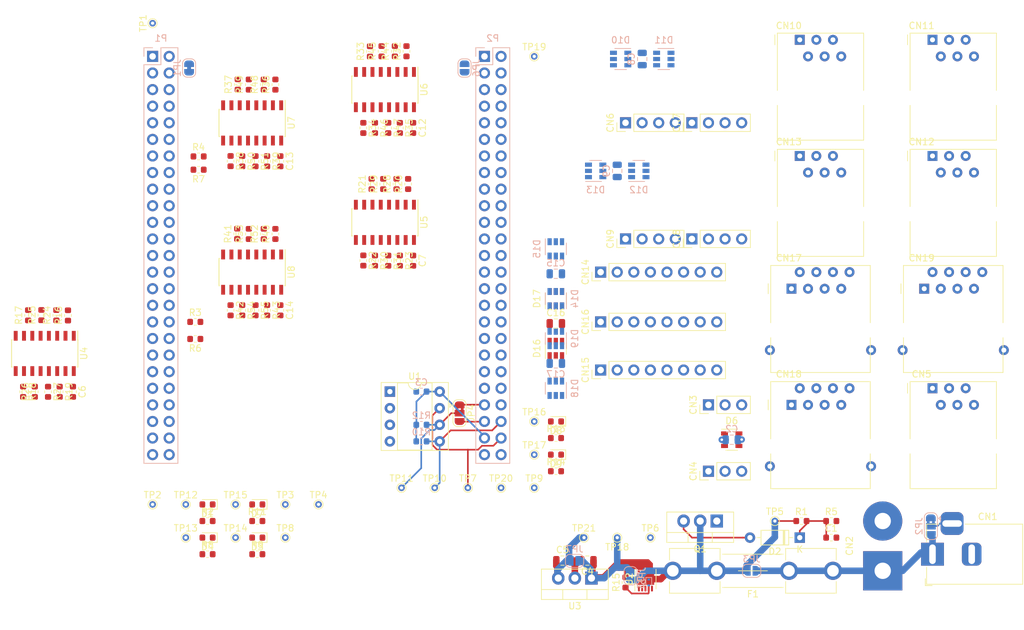
<source format=kicad_pcb>
(kicad_pcb (version 20171130) (host pcbnew 5.0.2-bee76a0~70~ubuntu18.04.1)
  (layers (0 F.Cu signal) (1 In1.Cu signal) (2 In2.Cu signal) (31 B.Cu signal) (34 B.Paste user) (35 F.Paste user) (36 B.SilkS user hide) (37 F.SilkS user hide) (38 B.Mask user) (39 F.Mask user) (44 Edge.Cuts user))
  (net 0 "")
  (net 1 GND)
  (net 2 "Net-(CN16-Pad3)")
  (net 3 "Net-(CN16-Pad1)")
  (net 4 "Net-(CN15-Pad1)")
  (net 5 "Net-(CN15-Pad3)")
  (net 6 "Net-(CN14-Pad1)")
  (net 7 "Net-(CN14-Pad3)")
  (net 8 "Net-(CN11-Pad3)")
  (net 9 "Net-(CN12-Pad3)")
  (net 10 "Net-(CN1-Pad1)")
  (net 11 "Net-(D1-Pad1)")
  (net 12 /I2C_SDA)
  (net 13 "Net-(R15-Pad1)")
  (net 14 /PB11)
  (net 15 VDD)
  (net 16 /PB10)
  (net 17 /I2C_SCL)
  (net 18 /DB_SYNC_1)
  (net 19 /DB_SYNC_0)
  (net 20 /DB_BLUE)
  (net 21 /DB_RED)
  (net 22 /DB_ORANGE)
  (net 23 /DB_GREEN)
  (net 24 "Net-(D4-Pad1)")
  (net 25 /PA2)
  (net 26 /MEM_PWR)
  (net 27 "Net-(C1-Pad1)")
  (net 28 "Net-(D5-Pad1)")
  (net 29 "Net-(D8-Pad1)")
  (net 30 "Net-(CN10-Pad2)")
  (net 31 /PA3)
  (net 32 "Net-(D7-Pad1)")
  (net 33 "Net-(D3-Pad1)")
  (net 34 +5V)
  (net 35 "Net-(D2-Pad2)")
  (net 36 +3V)
  (net 37 /PB13)
  (net 38 /PB15)
  (net 39 /PE13)
  (net 40 /PE12)
  (net 41 /PE10)
  (net 42 /PE11)
  (net 43 /PE9)
  (net 44 /PE8)
  (net 45 /PE6)
  (net 46 /PE7)
  (net 47 /PE5)
  (net 48 /PE4)
  (net 49 /PB8)
  (net 50 /PB9)
  (net 51 /PE3)
  (net 52 /PE2)
  (net 53 /PE0)
  (net 54 /PE1)
  (net 55 /PE15)
  (net 56 /PE14)
  (net 57 /MEM_WP)
  (net 58 /PA8)
  (net 59 /PC8)
  (net 60 /NRST)
  (net 61 /PC1)
  (net 62 /PC0)
  (net 63 /PC3)
  (net 64 /PC2)
  (net 65 /PA1)
  (net 66 /PA0)
  (net 67 /PA5)
  (net 68 /PA4)
  (net 69 /PA7)
  (net 70 /PA6)
  (net 71 /PC5)
  (net 72 /PC4)
  (net 73 /PB1)
  (net 74 /PB0)
  (net 75 /PB2)
  (net 76 /PB12)
  (net 77 /PB14)
  (net 78 /PD8)
  (net 79 /PD9)
  (net 80 /PD10)
  (net 81 /PD11)
  (net 82 "Net-(P1-Pad48)")
  (net 83 /PA9)
  (net 84 /PA13)
  (net 85 /PA10)
  (net 86 /PA15)
  (net 87 /PA14)
  (net 88 /PC11)
  (net 89 /PC10)
  (net 90 /PC12)
  (net 91 /PD2)
  (net 92 /PD4)
  (net 93 /PD3)
  (net 94 /PD6)
  (net 95 /PD5)
  (net 96 /PB3)
  (net 97 /PD7)
  (net 98 /PB5)
  (net 99 /PB4)
  (net 100 /PB7)
  (net 101 /PB6)
  (net 102 /B00T0)
  (net 103 /PC13)
  (net 104 /PC15)
  (net 105 /PC14)
  (net 106 /PH1)
  (net 107 /PH0)
  (net 108 "Net-(CN15-Pad2)")
  (net 109 "Net-(CN15-Pad4)")
  (net 110 "Net-(CN15-Pad8)")
  (net 111 "Net-(CN15-Pad7)")
  (net 112 "Net-(CN15-Pad5)")
  (net 113 "Net-(CN15-Pad6)")
  (net 114 "Net-(CN14-Pad6)")
  (net 115 "Net-(CN14-Pad5)")
  (net 116 "Net-(CN14-Pad7)")
  (net 117 "Net-(CN14-Pad8)")
  (net 118 "Net-(CN14-Pad4)")
  (net 119 "Net-(CN14-Pad2)")
  (net 120 "Net-(CN16-Pad2)")
  (net 121 "Net-(CN16-Pad4)")
  (net 122 "Net-(CN16-Pad8)")
  (net 123 "Net-(CN16-Pad7)")
  (net 124 "Net-(CN16-Pad5)")
  (net 125 "Net-(CN16-Pad6)")
  (net 126 "Net-(CN13-Pad5)")
  (net 127 "Net-(CN13-Pad4)")
  (net 128 "Net-(CN13-Pad3)")
  (net 129 "Net-(CN13-Pad2)")
  (net 130 "Net-(CN12-Pad2)")
  (net 131 "Net-(CN12-Pad4)")
  (net 132 "Net-(CN12-Pad5)")
  (net 133 "Net-(CN11-Pad5)")
  (net 134 "Net-(CN11-Pad4)")
  (net 135 "Net-(CN11-Pad2)")
  (net 136 "Net-(CN10-Pad3)")
  (net 137 "Net-(CN10-Pad4)")
  (net 138 "Net-(CN10-Pad5)")
  (net 139 "Net-(CN3-Pad2)")
  (net 140 "Net-(CN3-Pad1)")
  (net 141 "Net-(D9-Pad1)")
  (net 142 "Net-(CN4-Pad1)")
  (net 143 "Net-(CN4-Pad2)")
  (net 144 "Net-(U2-Pad2)")
  (net 145 "Net-(U2-Pad3)")
  (net 146 "Net-(U2-Pad5)")
  (net 147 "Net-(CN1-Pad3)")
  (net 148 "Net-(JP6-Pad1)")
  (net 149 "Net-(JP1-Pad2)")
  (net 150 "Net-(R50-Pad1)")
  (net 151 "Net-(R24-Pad1)")
  (net 152 "Net-(R51-Pad1)")
  (net 153 "Net-(R35-Pad1)")
  (net 154 "Net-(R52-Pad1)")
  (net 155 "Net-(R53-Pad1)")
  (net 156 "Net-(R54-Pad1)")
  (net 157 "Net-(R55-Pad1)")
  (net 158 "Net-(R36-Pad1)")
  (net 159 "Net-(R37-Pad1)")
  (net 160 "Net-(R38-Pad1)")
  (net 161 "Net-(R39-Pad1)")
  (net 162 "Net-(R45-Pad1)")
  (net 163 "Net-(R49-Pad1)")
  (net 164 "Net-(R34-Pad1)")
  (net 165 "Net-(R31-Pad1)")
  (net 166 "Net-(R30-Pad1)")
  (net 167 "Net-(R29-Pad1)")
  (net 168 "Net-(R28-Pad1)")
  (net 169 "Net-(R27-Pad1)")
  (net 170 "Net-(R26-Pad1)")
  (net 171 "Net-(R25-Pad1)")
  (net 172 "Net-(R48-Pad1)")
  (net 173 "Net-(R47-Pad1)")
  (net 174 "Net-(R46-Pad1)")
  (net 175 "Net-(R44-Pad1)")
  (net 176 "Net-(R32-Pad1)")
  (net 177 "Net-(R22-Pad1)")
  (net 178 "Net-(R23-Pad1)")
  (net 179 "Net-(R43-Pad1)")
  (net 180 "Net-(R40-Pad1)")
  (net 181 "Net-(R41-Pad1)")
  (net 182 "Net-(R42-Pad1)")
  (net 183 "Net-(R16-Pad1)")
  (net 184 "Net-(R17-Pad1)")
  (net 185 "Net-(R18-Pad1)")
  (net 186 "Net-(R19-Pad1)")
  (net 187 "Net-(R20-Pad1)")
  (net 188 "Net-(R21-Pad1)")
  (net 189 "Net-(R33-Pad1)")
  (module TestPoint:TestPoint_THTPad_D1.0mm_Drill0.5mm (layer F.Cu) (at 111.76 134.62)
    (fp_text reference TP21 (at 0 -1.448) (layer F.SilkS))
    (fp_text value TestPoint)
    (pad 1 thru_hole circle (at 0 0) (size 1 1) (drill 0.5) (layers *.Cu *.Mask) (net 34 +5V))
  )
  (module Connector_PinSocket_2.54mm:PinSocket_2x25_P2.54mm_Vertical (layer B.Cu) (at 96.52 60.96 180)
    (fp_text reference P2 (at -1.27 2.77 180) (layer B.SilkS) (effects (justify mirror)))
    (fp_text value Conn_02x25_Odd_Even)
    (pad 50 thru_hole oval (at -2.54 -60.96 180) (size 1.7 1.7) (drill 1) (layers *.Cu *.Mask) (net 1 GND))
    (pad 49 thru_hole oval (at 0 -60.96 180) (size 1.7 1.7) (drill 1) (layers *.Cu *.Mask) (net 1 GND))
    (pad 48 thru_hole oval (at -2.54 -58.42 180) (size 1.7 1.7) (drill 1) (layers *.Cu *.Mask) (net 57 /MEM_WP))
    (pad 47 thru_hole oval (at 0 -58.42 180) (size 1.7 1.7) (drill 1) (layers *.Cu *.Mask) (net 26 /MEM_PWR))
    (pad 46 thru_hole oval (at -2.54 -55.88 180) (size 1.7 1.7) (drill 1) (layers *.Cu *.Mask) (net 12 /I2C_SDA))
    (pad 45 thru_hole oval (at 0 -55.88 180) (size 1.7 1.7) (drill 1) (layers *.Cu *.Mask) (net 59 /PC8))
    (pad 44 thru_hole oval (at -2.54 -53.34 180) (size 1.7 1.7) (drill 1) (layers *.Cu *.Mask) (net 83 /PA9))
    (pad 43 thru_hole oval (at 0 -53.34 180) (size 1.7 1.7) (drill 1) (layers *.Cu *.Mask) (net 58 /PA8))
    (pad 42 thru_hole oval (at -2.54 -50.8 180) (size 1.7 1.7) (drill 1) (layers *.Cu *.Mask) (net 84 /PA13))
    (pad 41 thru_hole oval (at 0 -50.8 180) (size 1.7 1.7) (drill 1) (layers *.Cu *.Mask) (net 85 /PA10))
    (pad 40 thru_hole oval (at -2.54 -48.26 180) (size 1.7 1.7) (drill 1) (layers *.Cu *.Mask) (net 86 /PA15))
    (pad 39 thru_hole oval (at 0 -48.26 180) (size 1.7 1.7) (drill 1) (layers *.Cu *.Mask) (net 87 /PA14))
    (pad 38 thru_hole oval (at -2.54 -45.72 180) (size 1.7 1.7) (drill 1) (layers *.Cu *.Mask) (net 88 /PC11))
    (pad 37 thru_hole oval (at 0 -45.72 180) (size 1.7 1.7) (drill 1) (layers *.Cu *.Mask) (net 89 /PC10))
    (pad 36 thru_hole oval (at -2.54 -43.18 180) (size 1.7 1.7) (drill 1) (layers *.Cu *.Mask) (net 19 /DB_SYNC_0))
    (pad 35 thru_hole oval (at 0 -43.18 180) (size 1.7 1.7) (drill 1) (layers *.Cu *.Mask) (net 90 /PC12))
    (pad 34 thru_hole oval (at -2.54 -40.64 180) (size 1.7 1.7) (drill 1) (layers *.Cu *.Mask) (net 91 /PD2))
    (pad 33 thru_hole oval (at 0 -40.64 180) (size 1.7 1.7) (drill 1) (layers *.Cu *.Mask) (net 18 /DB_SYNC_1))
    (pad 32 thru_hole oval (at -2.54 -38.1 180) (size 1.7 1.7) (drill 1) (layers *.Cu *.Mask) (net 92 /PD4))
    (pad 31 thru_hole oval (at 0 -38.1 180) (size 1.7 1.7) (drill 1) (layers *.Cu *.Mask) (net 93 /PD3))
    (pad 30 thru_hole oval (at -2.54 -35.56 180) (size 1.7 1.7) (drill 1) (layers *.Cu *.Mask) (net 94 /PD6))
    (pad 29 thru_hole oval (at 0 -35.56 180) (size 1.7 1.7) (drill 1) (layers *.Cu *.Mask) (net 95 /PD5))
    (pad 28 thru_hole oval (at -2.54 -33.02 180) (size 1.7 1.7) (drill 1) (layers *.Cu *.Mask) (net 96 /PB3))
    (pad 27 thru_hole oval (at 0 -33.02 180) (size 1.7 1.7) (drill 1) (layers *.Cu *.Mask) (net 97 /PD7))
    (pad 26 thru_hole oval (at -2.54 -30.48 180) (size 1.7 1.7) (drill 1) (layers *.Cu *.Mask) (net 98 /PB5))
    (pad 25 thru_hole oval (at 0 -30.48 180) (size 1.7 1.7) (drill 1) (layers *.Cu *.Mask) (net 99 /PB4))
    (pad 24 thru_hole oval (at -2.54 -27.94 180) (size 1.7 1.7) (drill 1) (layers *.Cu *.Mask) (net 100 /PB7))
    (pad 23 thru_hole oval (at 0 -27.94 180) (size 1.7 1.7) (drill 1) (layers *.Cu *.Mask) (net 101 /PB6))
    (pad 22 thru_hole oval (at -2.54 -25.4 180) (size 1.7 1.7) (drill 1) (layers *.Cu *.Mask) (net 15 VDD))
    (pad 21 thru_hole oval (at 0 -25.4 180) (size 1.7 1.7) (drill 1) (layers *.Cu *.Mask) (net 102 /B00T0))
    (pad 20 thru_hole oval (at -2.54 -22.86 180) (size 1.7 1.7) (drill 1) (layers *.Cu *.Mask) (net 50 /PB9))
    (pad 19 thru_hole oval (at 0 -22.86 180) (size 1.7 1.7) (drill 1) (layers *.Cu *.Mask) (net 49 /PB8))
    (pad 18 thru_hole oval (at -2.54 -20.32 180) (size 1.7 1.7) (drill 1) (layers *.Cu *.Mask) (net 54 /PE1))
    (pad 17 thru_hole oval (at 0 -20.32 180) (size 1.7 1.7) (drill 1) (layers *.Cu *.Mask) (net 53 /PE0))
    (pad 16 thru_hole oval (at -2.54 -17.78 180) (size 1.7 1.7) (drill 1) (layers *.Cu *.Mask) (net 51 /PE3))
    (pad 15 thru_hole oval (at 0 -17.78 180) (size 1.7 1.7) (drill 1) (layers *.Cu *.Mask) (net 52 /PE2))
    (pad 14 thru_hole oval (at -2.54 -15.24 180) (size 1.7 1.7) (drill 1) (layers *.Cu *.Mask) (net 47 /PE5))
    (pad 13 thru_hole oval (at 0 -15.24 180) (size 1.7 1.7) (drill 1) (layers *.Cu *.Mask) (net 48 /PE4))
    (pad 12 thru_hole oval (at -2.54 -12.7 180) (size 1.7 1.7) (drill 1) (layers *.Cu *.Mask) (net 103 /PC13))
    (pad 11 thru_hole oval (at 0 -12.7 180) (size 1.7 1.7) (drill 1) (layers *.Cu *.Mask) (net 45 /PE6))
    (pad 10 thru_hole oval (at -2.54 -10.16 180) (size 1.7 1.7) (drill 1) (layers *.Cu *.Mask) (net 104 /PC15))
    (pad 9 thru_hole oval (at 0 -10.16 180) (size 1.7 1.7) (drill 1) (layers *.Cu *.Mask) (net 105 /PC14))
    (pad 8 thru_hole oval (at -2.54 -7.62 180) (size 1.7 1.7) (drill 1) (layers *.Cu *.Mask) (net 106 /PH1))
    (pad 7 thru_hole oval (at 0 -7.62 180) (size 1.7 1.7) (drill 1) (layers *.Cu *.Mask) (net 107 /PH0))
    (pad 6 thru_hole oval (at -2.54 -5.08 180) (size 1.7 1.7) (drill 1) (layers *.Cu *.Mask) (net 36 +3V))
    (pad 5 thru_hole oval (at 0 -5.08 180) (size 1.7 1.7) (drill 1) (layers *.Cu *.Mask) (net 36 +3V))
    (pad 4 thru_hole oval (at -2.54 -2.54 180) (size 1.7 1.7) (drill 1) (layers *.Cu *.Mask) (net 148 "Net-(JP6-Pad1)"))
    (pad 3 thru_hole oval (at 0 -2.54 180) (size 1.7 1.7) (drill 1) (layers *.Cu *.Mask) (net 148 "Net-(JP6-Pad1)"))
    (pad 2 thru_hole oval (at -2.54 0 180) (size 1.7 1.7) (drill 1) (layers *.Cu *.Mask) (net 1 GND))
    (pad 1 thru_hole rect (at 0 0 180) (size 1.7 1.7) (drill 1) (layers *.Cu *.Mask) (net 1 GND))
  )
  (module Package_TO_SOT_THT:TO-220-3_Vertical (layer F.Cu) (at 132.08 132.08 180)
    (fp_text reference Q1 (at 2.54 -4.27 180) (layer F.SilkS))
    (fp_text value TN1610H)
    (pad 1 thru_hole rect (at 0 0 180) (size 1.905 2) (drill 1.1) (layers *.Cu *.Mask) (net 1 GND))
    (pad 2 thru_hole oval (at 2.54 0 180) (size 1.905 2) (drill 1.1) (layers *.Cu *.Mask) (net 33 "Net-(D3-Pad1)"))
    (pad 3 thru_hole oval (at 5.08 0 180) (size 1.905 2) (drill 1.1) (layers *.Cu *.Mask) (net 35 "Net-(D2-Pad2)"))
  )
  (module Resistor_SMD:R_0603_1608Metric (layer F.Cu) (at 78.994 60.198 90)
    (fp_text reference R33 (at 0 -1.43 90) (layer F.SilkS))
    (fp_text value 56)
    (pad 2 smd roundrect (at 0.7875 0 90) (size 0.875 0.95) (layers F.Cu F.Paste F.Mask) (net 7 "Net-(CN14-Pad3)"))
    (pad 1 smd roundrect (at -0.7875 0 90) (size 0.875 0.95) (layers F.Cu F.Paste F.Mask) (net 189 "Net-(R33-Pad1)"))
  )
  (module Resistor_SMD:R_0603_1608Metric (layer F.Cu) (at 79.248 80.4925 90)
    (fp_text reference R21 (at 0 -1.43 90) (layer F.SilkS))
    (fp_text value 56)
    (pad 1 smd roundrect (at -0.7875 0 90) (size 0.875 0.95) (layers F.Cu F.Paste F.Mask) (net 188 "Net-(R21-Pad1)"))
    (pad 2 smd roundrect (at 0.7875 0 90) (size 0.875 0.95) (layers F.Cu F.Paste F.Mask) (net 130 "Net-(CN12-Pad2)"))
  )
  (module Resistor_SMD:R_0603_1608Metric (layer F.Cu) (at 84.836 80.4925 90)
    (fp_text reference R20 (at 0 -1.43 90) (layer F.SilkS))
    (fp_text value 56)
    (pad 2 smd roundrect (at 0.7875 0 90) (size 0.875 0.95) (layers F.Cu F.Paste F.Mask) (net 9 "Net-(CN12-Pad3)"))
    (pad 1 smd roundrect (at -0.7875 0 90) (size 0.875 0.95) (layers F.Cu F.Paste F.Mask) (net 187 "Net-(R20-Pad1)"))
  )
  (module Resistor_SMD:R_0603_1608Metric (layer F.Cu) (at 31.496 112.2935 270)
    (fp_text reference R19 (at 0 -1.43 270) (layer F.SilkS))
    (fp_text value 56)
    (pad 1 smd roundrect (at -0.7875 0 270) (size 0.875 0.95) (layers F.Cu F.Paste F.Mask) (net 186 "Net-(R19-Pad1)"))
    (pad 2 smd roundrect (at 0.7875 0 270) (size 0.875 0.95) (layers F.Cu F.Paste F.Mask) (net 135 "Net-(CN11-Pad2)"))
  )
  (module Resistor_SMD:R_0603_1608Metric (layer F.Cu) (at 25.908 112.2935 270)
    (fp_text reference R18 (at 0 -1.43 270) (layer F.SilkS))
    (fp_text value 56)
    (pad 2 smd roundrect (at 0.7875 0 270) (size 0.875 0.95) (layers F.Cu F.Paste F.Mask) (net 8 "Net-(CN11-Pad3)"))
    (pad 1 smd roundrect (at -0.7875 0 270) (size 0.875 0.95) (layers F.Cu F.Paste F.Mask) (net 185 "Net-(R18-Pad1)"))
  )
  (module Resistor_SMD:R_0603_1608Metric (layer F.Cu) (at 26.67 100.584 90)
    (fp_text reference R17 (at 0 -1.43 90) (layer F.SilkS))
    (fp_text value 56)
    (pad 1 smd roundrect (at -0.7875 0 90) (size 0.875 0.95) (layers F.Cu F.Paste F.Mask) (net 184 "Net-(R17-Pad1)"))
    (pad 2 smd roundrect (at 0.7875 0 90) (size 0.875 0.95) (layers F.Cu F.Paste F.Mask) (net 30 "Net-(CN10-Pad2)"))
  )
  (module Resistor_SMD:R_0603_1608Metric (layer F.Cu) (at 32.766 100.6095 90)
    (fp_text reference R16 (at 0 -1.43 90) (layer F.SilkS))
    (fp_text value 56)
    (pad 2 smd roundrect (at 0.7875 0 90) (size 0.875 0.95) (layers F.Cu F.Paste F.Mask) (net 136 "Net-(CN10-Pad3)"))
    (pad 1 smd roundrect (at -0.7875 0 90) (size 0.875 0.95) (layers F.Cu F.Paste F.Mask) (net 183 "Net-(R16-Pad1)"))
  )
  (module Resistor_SMD:R_0603_1608Metric (layer F.Cu) (at 57.658 99.822 270)
    (fp_text reference R42 (at 0 -1.43 270) (layer F.SilkS))
    (fp_text value 56)
    (pad 1 smd roundrect (at -0.7875 0 270) (size 0.875 0.95) (layers F.Cu F.Paste F.Mask) (net 182 "Net-(R42-Pad1)"))
    (pad 2 smd roundrect (at 0.7875 0 270) (size 0.875 0.95) (layers F.Cu F.Paste F.Mask) (net 124 "Net-(CN16-Pad5)"))
  )
  (module Resistor_SMD:R_0603_1608Metric (layer F.Cu) (at 58.674 88.1125 90)
    (fp_text reference R41 (at 0 -1.43 90) (layer F.SilkS))
    (fp_text value 56)
    (pad 2 smd roundrect (at 0.7875 0 90) (size 0.875 0.95) (layers F.Cu F.Paste F.Mask) (net 2 "Net-(CN16-Pad3)"))
    (pad 1 smd roundrect (at -0.7875 0 90) (size 0.875 0.95) (layers F.Cu F.Paste F.Mask) (net 181 "Net-(R41-Pad1)"))
  )
  (module Resistor_SMD:R_0603_1608Metric (layer F.Cu) (at 64.516 88.138 90)
    (fp_text reference R40 (at 0 -1.43 90) (layer F.SilkS))
    (fp_text value 56)
    (pad 1 smd roundrect (at -0.7875 0 90) (size 0.875 0.95) (layers F.Cu F.Paste F.Mask) (net 180 "Net-(R40-Pad1)"))
    (pad 2 smd roundrect (at 0.7875 0 90) (size 0.875 0.95) (layers F.Cu F.Paste F.Mask) (net 3 "Net-(CN16-Pad1)"))
  )
  (module Resistor_SMD:R_0603_1608Metric (layer F.Cu) (at 63.246 99.822 270)
    (fp_text reference R43 (at 0 -1.43 270) (layer F.SilkS))
    (fp_text value 56)
    (pad 2 smd roundrect (at 0.7875 0 270) (size 0.875 0.95) (layers F.Cu F.Paste F.Mask) (net 123 "Net-(CN16-Pad7)"))
    (pad 1 smd roundrect (at -0.7875 0 270) (size 0.875 0.95) (layers F.Cu F.Paste F.Mask) (net 179 "Net-(R43-Pad1)"))
  )
  (module Resistor_SMD:R_0603_1608Metric (layer F.Cu) (at 83.566 92.2275 270)
    (fp_text reference R23 (at 0 -1.43 270) (layer F.SilkS))
    (fp_text value 56)
    (pad 1 smd roundrect (at -0.7875 0 270) (size 0.875 0.95) (layers F.Cu F.Paste F.Mask) (net 178 "Net-(R23-Pad1)"))
    (pad 2 smd roundrect (at 0.7875 0 270) (size 0.875 0.95) (layers F.Cu F.Paste F.Mask) (net 129 "Net-(CN13-Pad2)"))
  )
  (module Resistor_SMD:R_0603_1608Metric (layer F.Cu) (at 77.978 92.202 270)
    (fp_text reference R22 (at 0 -1.43 270) (layer F.SilkS))
    (fp_text value 56)
    (pad 2 smd roundrect (at 0.7875 0 270) (size 0.875 0.95) (layers F.Cu F.Paste F.Mask) (net 128 "Net-(CN13-Pad3)"))
    (pad 1 smd roundrect (at -0.7875 0 270) (size 0.875 0.95) (layers F.Cu F.Paste F.Mask) (net 177 "Net-(R22-Pad1)"))
  )
  (module Resistor_SMD:R_0603_1608Metric (layer F.Cu) (at 84.582 60.1725 90)
    (fp_text reference R32 (at 0 -1.43 90) (layer F.SilkS))
    (fp_text value 56)
    (pad 1 smd roundrect (at -0.7875 0 90) (size 0.875 0.95) (layers F.Cu F.Paste F.Mask) (net 176 "Net-(R32-Pad1)"))
    (pad 2 smd roundrect (at 0.7875 0 90) (size 0.875 0.95) (layers F.Cu F.Paste F.Mask) (net 6 "Net-(CN14-Pad1)"))
  )
  (module Resistor_SMD:R_0603_1608Metric (layer F.Cu) (at 82.804 60.1725 90)
    (fp_text reference R44 (at 0 -1.43 90) (layer F.SilkS))
    (fp_text value 56)
    (pad 2 smd roundrect (at 0.7875 0 90) (size 0.875 0.95) (layers F.Cu F.Paste F.Mask) (net 119 "Net-(CN14-Pad2)"))
    (pad 1 smd roundrect (at -0.7875 0 90) (size 0.875 0.95) (layers F.Cu F.Paste F.Mask) (net 175 "Net-(R44-Pad1)"))
  )
  (module Resistor_SMD:R_0603_1608Metric (layer F.Cu) (at 79.756 71.9075 270)
    (fp_text reference R46 (at 0 -1.43 270) (layer F.SilkS))
    (fp_text value 56)
    (pad 1 smd roundrect (at -0.7875 0 270) (size 0.875 0.95) (layers F.Cu F.Paste F.Mask) (net 174 "Net-(R46-Pad1)"))
    (pad 2 smd roundrect (at 0.7875 0 270) (size 0.875 0.95) (layers F.Cu F.Paste F.Mask) (net 114 "Net-(CN14-Pad6)"))
  )
  (module Resistor_SMD:R_0603_1608Metric (layer F.Cu) (at 81.788 71.9075 270)
    (fp_text reference R47 (at 0 -1.43 270) (layer F.SilkS))
    (fp_text value 56)
    (pad 2 smd roundrect (at 0.7875 0 270) (size 0.875 0.95) (layers F.Cu F.Paste F.Mask) (net 117 "Net-(CN14-Pad8)"))
    (pad 1 smd roundrect (at -0.7875 0 270) (size 0.875 0.95) (layers F.Cu F.Paste F.Mask) (net 173 "Net-(R47-Pad1)"))
  )
  (module Resistor_SMD:R_0603_1608Metric (layer F.Cu) (at 62.738 65.275074 90)
    (fp_text reference R48 (at 0 -1.43 90) (layer F.SilkS))
    (fp_text value 56)
    (pad 2 smd roundrect (at 0.7875 0 90) (size 0.875 0.95) (layers F.Cu F.Paste F.Mask) (net 108 "Net-(CN15-Pad2)"))
    (pad 1 smd roundrect (at -0.7875 0 90) (size 0.875 0.95) (layers F.Cu F.Paste F.Mask) (net 172 "Net-(R48-Pad1)"))
  )
  (module Resistor_SMD:R_0603_1608Metric (layer F.Cu) (at 28.702 100.5585 90)
    (fp_text reference R25 (at 0 -1.43 90) (layer F.SilkS))
    (fp_text value 56)
    (pad 2 smd roundrect (at 0.7875 0 90) (size 0.875 0.95) (layers F.Cu F.Paste F.Mask) (net 138 "Net-(CN10-Pad5)"))
    (pad 1 smd roundrect (at -0.7875 0 90) (size 0.875 0.95) (layers F.Cu F.Paste F.Mask) (net 171 "Net-(R25-Pad1)"))
  )
  (module Resistor_SMD:R_0603_1608Metric (layer F.Cu) (at 27.686 112.2935 90)
    (fp_text reference R26 (at 0 -1.43 90) (layer F.SilkS))
    (fp_text value 56)
    (pad 1 smd roundrect (at -0.7875 0 90) (size 0.875 0.95) (layers F.Cu F.Paste F.Mask) (net 170 "Net-(R26-Pad1)"))
    (pad 2 smd roundrect (at 0.7875 0 90) (size 0.875 0.95) (layers F.Cu F.Paste F.Mask) (net 134 "Net-(CN11-Pad4)"))
  )
  (module Resistor_SMD:R_0603_1608Metric (layer F.Cu) (at 29.718 112.2935 270)
    (fp_text reference R27 (at 0 -1.43 270) (layer F.SilkS))
    (fp_text value 56)
    (pad 2 smd roundrect (at 0.7875 0 270) (size 0.875 0.95) (layers F.Cu F.Paste F.Mask) (net 133 "Net-(CN11-Pad5)"))
    (pad 1 smd roundrect (at -0.7875 0 270) (size 0.875 0.95) (layers F.Cu F.Paste F.Mask) (net 169 "Net-(R27-Pad1)"))
  )
  (module Resistor_SMD:R_0603_1608Metric (layer F.Cu) (at 83.058 80.4925 90)
    (fp_text reference R28 (at 0 -1.43 90) (layer F.SilkS))
    (fp_text value 56)
    (pad 1 smd roundrect (at -0.7875 0 90) (size 0.875 0.95) (layers F.Cu F.Paste F.Mask) (net 168 "Net-(R28-Pad1)"))
    (pad 2 smd roundrect (at 0.7875 0 90) (size 0.875 0.95) (layers F.Cu F.Paste F.Mask) (net 131 "Net-(CN12-Pad4)"))
  )
  (module Resistor_SMD:R_0603_1608Metric (layer F.Cu) (at 81.026 80.4925 90)
    (fp_text reference R29 (at 0 -1.43 90) (layer F.SilkS))
    (fp_text value 56)
    (pad 2 smd roundrect (at 0.7875 0 90) (size 0.875 0.95) (layers F.Cu F.Paste F.Mask) (net 132 "Net-(CN12-Pad5)"))
    (pad 1 smd roundrect (at -0.7875 0 90) (size 0.875 0.95) (layers F.Cu F.Paste F.Mask) (net 167 "Net-(R29-Pad1)"))
  )
  (module Resistor_SMD:R_0603_1608Metric (layer F.Cu) (at 79.756 92.2275 270)
    (fp_text reference R30 (at 0 -1.43 270) (layer F.SilkS))
    (fp_text value 56)
    (pad 1 smd roundrect (at -0.7875 0 270) (size 0.875 0.95) (layers F.Cu F.Paste F.Mask) (net 166 "Net-(R30-Pad1)"))
    (pad 2 smd roundrect (at 0.7875 0 270) (size 0.875 0.95) (layers F.Cu F.Paste F.Mask) (net 127 "Net-(CN13-Pad4)"))
  )
  (module Resistor_SMD:R_0603_1608Metric (layer F.Cu) (at 81.788 92.2275 270)
    (fp_text reference R31 (at 0 -1.43 270) (layer F.SilkS))
    (fp_text value 56)
    (pad 2 smd roundrect (at 0.7875 0 270) (size 0.875 0.95) (layers F.Cu F.Paste F.Mask) (net 126 "Net-(CN13-Pad5)"))
    (pad 1 smd roundrect (at -0.7875 0 270) (size 0.875 0.95) (layers F.Cu F.Paste F.Mask) (net 165 "Net-(R31-Pad1)"))
  )
  (module Resistor_SMD:R_0603_1608Metric (layer F.Cu) (at 77.978 71.9075 270)
    (fp_text reference R34 (at 0 -1.43 270) (layer F.SilkS))
    (fp_text value 56)
    (pad 1 smd roundrect (at -0.7875 0 270) (size 0.875 0.95) (layers F.Cu F.Paste F.Mask) (net 164 "Net-(R34-Pad1)"))
    (pad 2 smd roundrect (at 0.7875 0 270) (size 0.875 0.95) (layers F.Cu F.Paste F.Mask) (net 115 "Net-(CN14-Pad5)"))
  )
  (module Resistor_SMD:R_0603_1608Metric (layer F.Cu) (at 60.452 65.275074 90)
    (fp_text reference R49 (at 0 -1.43 90) (layer F.SilkS))
    (fp_text value 56)
    (pad 2 smd roundrect (at 0.7875 0 90) (size 0.875 0.95) (layers F.Cu F.Paste F.Mask) (net 109 "Net-(CN15-Pad4)"))
    (pad 1 smd roundrect (at -0.7875 0 90) (size 0.875 0.95) (layers F.Cu F.Paste F.Mask) (net 163 "Net-(R49-Pad1)"))
  )
  (module Resistor_SMD:R_0603_1608Metric (layer F.Cu) (at 80.772 60.1725 90)
    (fp_text reference R45 (at 0 -1.43 90) (layer F.SilkS))
    (fp_text value 56)
    (pad 1 smd roundrect (at -0.7875 0 90) (size 0.875 0.95) (layers F.Cu F.Paste F.Mask) (net 162 "Net-(R45-Pad1)"))
    (pad 2 smd roundrect (at 0.7875 0 90) (size 0.875 0.95) (layers F.Cu F.Paste F.Mask) (net 118 "Net-(CN14-Pad4)"))
  )
  (module Resistor_SMD:R_0603_1608Metric (layer F.Cu) (at 63.246 77.010074 270)
    (fp_text reference R39 (at 0 -1.43 270) (layer F.SilkS))
    (fp_text value 56)
    (pad 2 smd roundrect (at 0.7875 0 270) (size 0.875 0.95) (layers F.Cu F.Paste F.Mask) (net 111 "Net-(CN15-Pad7)"))
    (pad 1 smd roundrect (at -0.7875 0 270) (size 0.875 0.95) (layers F.Cu F.Paste F.Mask) (net 161 "Net-(R39-Pad1)"))
  )
  (module Resistor_SMD:R_0603_1608Metric (layer F.Cu) (at 57.658 76.9875 270)
    (fp_text reference R38 (at 0 -1.43 270) (layer F.SilkS))
    (fp_text value 56)
    (pad 1 smd roundrect (at -0.7875 0 270) (size 0.875 0.95) (layers F.Cu F.Paste F.Mask) (net 160 "Net-(R38-Pad1)"))
    (pad 2 smd roundrect (at 0.7875 0 270) (size 0.875 0.95) (layers F.Cu F.Paste F.Mask) (net 112 "Net-(CN15-Pad5)"))
  )
  (module Resistor_SMD:R_0603_1608Metric (layer F.Cu) (at 58.755878 65.2525 90)
    (fp_text reference R37 (at 0 -1.43 90) (layer F.SilkS))
    (fp_text value 56)
    (pad 2 smd roundrect (at 0.7875 0 90) (size 0.875 0.95) (layers F.Cu F.Paste F.Mask) (net 5 "Net-(CN15-Pad3)"))
    (pad 1 smd roundrect (at -0.7875 0 90) (size 0.875 0.95) (layers F.Cu F.Paste F.Mask) (net 159 "Net-(R37-Pad1)"))
  )
  (module Resistor_SMD:R_0603_1608Metric (layer F.Cu) (at 64.516 65.275074 90)
    (fp_text reference R36 (at 0 -1.43 90) (layer F.SilkS))
    (fp_text value 56)
    (pad 1 smd roundrect (at -0.7875 0 90) (size 0.875 0.95) (layers F.Cu F.Paste F.Mask) (net 158 "Net-(R36-Pad1)"))
    (pad 2 smd roundrect (at 0.7875 0 90) (size 0.875 0.95) (layers F.Cu F.Paste F.Mask) (net 4 "Net-(CN15-Pad1)"))
  )
  (module Resistor_SMD:R_0603_1608Metric (layer F.Cu) (at 61.468 99.822 270)
    (fp_text reference R55 (at 0 -1.43 270) (layer F.SilkS))
    (fp_text value 56)
    (pad 2 smd roundrect (at 0.7875 0 270) (size 0.875 0.95) (layers F.Cu F.Paste F.Mask) (net 122 "Net-(CN16-Pad8)"))
    (pad 1 smd roundrect (at -0.7875 0 270) (size 0.875 0.95) (layers F.Cu F.Paste F.Mask) (net 157 "Net-(R55-Pad1)"))
  )
  (module Resistor_SMD:R_0603_1608Metric (layer F.Cu) (at 59.436 99.822 270)
    (fp_text reference R54 (at 0 -1.43 270) (layer F.SilkS))
    (fp_text value 56)
    (pad 1 smd roundrect (at -0.7875 0 270) (size 0.875 0.95) (layers F.Cu F.Paste F.Mask) (net 156 "Net-(R54-Pad1)"))
    (pad 2 smd roundrect (at 0.7875 0 270) (size 0.875 0.95) (layers F.Cu F.Paste F.Mask) (net 125 "Net-(CN16-Pad6)"))
  )
  (module Resistor_SMD:R_0603_1608Metric (layer F.Cu) (at 60.452 88.138 90)
    (fp_text reference R53 (at 0 -1.43 90) (layer F.SilkS))
    (fp_text value 56)
    (pad 2 smd roundrect (at 0.7875 0 90) (size 0.875 0.95) (layers F.Cu F.Paste F.Mask) (net 121 "Net-(CN16-Pad4)"))
    (pad 1 smd roundrect (at -0.7875 0 90) (size 0.875 0.95) (layers F.Cu F.Paste F.Mask) (net 155 "Net-(R53-Pad1)"))
  )
  (module Resistor_SMD:R_0603_1608Metric (layer F.Cu) (at 62.738 88.138 90)
    (fp_text reference R52 (at 0 -1.43 90) (layer F.SilkS))
    (fp_text value 56)
    (pad 1 smd roundrect (at -0.7875 0 90) (size 0.875 0.95) (layers F.Cu F.Paste F.Mask) (net 154 "Net-(R52-Pad1)"))
    (pad 2 smd roundrect (at 0.7875 0 90) (size 0.875 0.95) (layers F.Cu F.Paste F.Mask) (net 120 "Net-(CN16-Pad2)"))
  )
  (module Resistor_SMD:R_0603_1608Metric (layer F.Cu) (at 83.566 71.9075 270)
    (fp_text reference R35 (at 0 -1.43 270) (layer F.SilkS))
    (fp_text value 56)
    (pad 2 smd roundrect (at 0.7875 0 270) (size 0.875 0.95) (layers F.Cu F.Paste F.Mask) (net 116 "Net-(CN14-Pad7)"))
    (pad 1 smd roundrect (at -0.7875 0 270) (size 0.875 0.95) (layers F.Cu F.Paste F.Mask) (net 153 "Net-(R35-Pad1)"))
  )
  (module Resistor_SMD:R_0603_1608Metric (layer F.Cu) (at 61.468 77.010074 270)
    (fp_text reference R51 (at 0 -1.43 270) (layer F.SilkS))
    (fp_text value 56)
    (pad 1 smd roundrect (at -0.7875 0 270) (size 0.875 0.95) (layers F.Cu F.Paste F.Mask) (net 152 "Net-(R51-Pad1)"))
    (pad 2 smd roundrect (at 0.7875 0 270) (size 0.875 0.95) (layers F.Cu F.Paste F.Mask) (net 110 "Net-(CN15-Pad8)"))
  )
  (module Resistor_SMD:R_0603_1608Metric (layer F.Cu) (at 30.988 100.584 90)
    (fp_text reference R24 (at 0 -1.43 90) (layer F.SilkS))
    (fp_text value 56)
    (pad 2 smd roundrect (at 0.7875 0 90) (size 0.875 0.95) (layers F.Cu F.Paste F.Mask) (net 137 "Net-(CN10-Pad4)"))
    (pad 1 smd roundrect (at -0.7875 0 90) (size 0.875 0.95) (layers F.Cu F.Paste F.Mask) (net 151 "Net-(R24-Pad1)"))
  )
  (module Resistor_SMD:R_0603_1608Metric (layer F.Cu) (at 59.436 77.010074 270)
    (fp_text reference R50 (at 0 -1.43 270) (layer F.SilkS))
    (fp_text value 56)
    (pad 1 smd roundrect (at -0.7875 0 270) (size 0.875 0.95) (layers F.Cu F.Paste F.Mask) (net 150 "Net-(R50-Pad1)"))
    (pad 2 smd roundrect (at 0.7875 0 270) (size 0.875 0.95) (layers F.Cu F.Paste F.Mask) (net 113 "Net-(CN15-Pad6)"))
  )
  (module Capacitor_SMD:C_0603_1608Metric (layer F.Cu) (at 33.528 112.2935 270)
    (fp_text reference C6 (at 0 -1.43 270) (layer F.SilkS))
    (fp_text value 0.1u)
    (pad 1 smd roundrect (at -0.7875 0 270) (size 0.875 0.95) (layers F.Cu F.Paste F.Mask) (net 34 +5V))
    (pad 2 smd roundrect (at 0.7875 0 270) (size 0.875 0.95) (layers F.Cu F.Paste F.Mask) (net 1 GND))
  )
  (module Capacitor_SMD:C_0603_1608Metric (layer F.Cu) (at 65.278 99.822 270)
    (fp_text reference C14 (at 0 -1.43 270) (layer F.SilkS))
    (fp_text value 0.1u)
    (pad 2 smd roundrect (at 0.7875 0 270) (size 0.875 0.95) (layers F.Cu F.Paste F.Mask) (net 1 GND))
    (pad 1 smd roundrect (at -0.7875 0 270) (size 0.875 0.95) (layers F.Cu F.Paste F.Mask) (net 34 +5V))
  )
  (module Capacitor_SMD:C_0603_1608Metric (layer F.Cu) (at 65.278 77.010074 270)
    (fp_text reference C13 (at 0 -1.43 270) (layer F.SilkS))
    (fp_text value 0.1u)
    (pad 1 smd roundrect (at -0.7875 0 270) (size 0.875 0.95) (layers F.Cu F.Paste F.Mask) (net 34 +5V))
    (pad 2 smd roundrect (at 0.7875 0 270) (size 0.875 0.95) (layers F.Cu F.Paste F.Mask) (net 1 GND))
  )
  (module Capacitor_SMD:C_0603_1608Metric (layer F.Cu) (at 85.598 92.2275 270)
    (fp_text reference C7 (at 0 -1.43 270) (layer F.SilkS))
    (fp_text value 0.1u)
    (pad 2 smd roundrect (at 0.7875 0 270) (size 0.875 0.95) (layers F.Cu F.Paste F.Mask) (net 1 GND))
    (pad 1 smd roundrect (at -0.7875 0 270) (size 0.875 0.95) (layers F.Cu F.Paste F.Mask) (net 34 +5V))
  )
  (module Capacitor_SMD:C_0603_1608Metric (layer F.Cu) (at 85.598 71.9075 270)
    (fp_text reference C12 (at 0 -1.43 270) (layer F.SilkS))
    (fp_text value 0.1u)
    (pad 1 smd roundrect (at -0.7875 0 270) (size 0.875 0.95) (layers F.Cu F.Paste F.Mask) (net 34 +5V))
    (pad 2 smd roundrect (at 0.7875 0 270) (size 0.875 0.95) (layers F.Cu F.Paste F.Mask) (net 1 GND))
  )
  (module aa-daughterboard-lvds:6P6C_Assmann_A-2014-1-4 (layer F.Cu) (at 165.1 111.76)
    (fp_text reference CN5 (at -1.67 -2.16) (layer F.SilkS))
    (fp_text value 6P6C)
    (pad "" np_thru_hole circle (at 8.25 8.89) (size 3.25 3.25) (drill 3.25) (layers *.Cu *.Mask))
    (pad 6 thru_hole circle (at 6.35 2.54) (size 1.52 1.52) (drill 0.76) (layers *.Cu *.Mask) (net 1 GND))
    (pad 5 thru_hole circle (at 5.08 0) (size 1.52 1.52) (drill 0.76) (layers *.Cu *.Mask) (net 1 GND))
    (pad 4 thru_hole circle (at 3.81 2.54) (size 1.52 1.52) (drill 0.76) (layers *.Cu *.Mask) (net 139 "Net-(CN3-Pad2)"))
    (pad 3 thru_hole circle (at 2.54 0) (size 1.52 1.52) (drill 0.76) (layers *.Cu *.Mask) (net 1 GND))
    (pad 2 thru_hole circle (at 1.27 2.54) (size 1.52 1.52) (drill 0.76) (layers *.Cu *.Mask) (net 140 "Net-(CN3-Pad1)"))
    (pad "" np_thru_hole circle (at -1.91 8.89) (size 3.25 3.25) (drill 3.25) (layers *.Cu *.Mask))
    (pad 1 thru_hole rect (at 0 0) (size 1.52 1.52) (drill 0.76) (layers *.Cu *.Mask) (net 1 GND))
  )
  (module aa-daughterboard-lvds:6P6C_Assmann_A-2014-1-4 (layer F.Cu) (at 144.78 58.42)
    (fp_text reference CN10 (at -1.67 -2.16) (layer F.SilkS))
    (fp_text value 6P6C)
    (pad 1 thru_hole rect (at 0 0) (size 1.52 1.52) (drill 0.76) (layers *.Cu *.Mask) (net 34 +5V))
    (pad "" np_thru_hole circle (at -1.91 8.89) (size 3.25 3.25) (drill 3.25) (layers *.Cu *.Mask))
    (pad 2 thru_hole circle (at 1.27 2.54) (size 1.52 1.52) (drill 0.76) (layers *.Cu *.Mask) (net 30 "Net-(CN10-Pad2)"))
    (pad 3 thru_hole circle (at 2.54 0) (size 1.52 1.52) (drill 0.76) (layers *.Cu *.Mask) (net 136 "Net-(CN10-Pad3)"))
    (pad 4 thru_hole circle (at 3.81 2.54) (size 1.52 1.52) (drill 0.76) (layers *.Cu *.Mask) (net 137 "Net-(CN10-Pad4)"))
    (pad 5 thru_hole circle (at 5.08 0) (size 1.52 1.52) (drill 0.76) (layers *.Cu *.Mask) (net 138 "Net-(CN10-Pad5)"))
    (pad 6 thru_hole circle (at 6.35 2.54) (size 1.52 1.52) (drill 0.76) (layers *.Cu *.Mask) (net 1 GND))
    (pad "" np_thru_hole circle (at 8.25 8.89) (size 3.25 3.25) (drill 3.25) (layers *.Cu *.Mask))
  )
  (module aa-daughterboard-lvds:6P6C_Assmann_A-2014-1-4 (layer F.Cu) (at 165.1 58.42)
    (fp_text reference CN11 (at -1.67 -2.16) (layer F.SilkS))
    (fp_text value 6P6C)
    (pad "" np_thru_hole circle (at 8.25 8.89) (size 3.25 3.25) (drill 3.25) (layers *.Cu *.Mask))
    (pad 6 thru_hole circle (at 6.35 2.54) (size 1.52 1.52) (drill 0.76) (layers *.Cu *.Mask) (net 1 GND))
    (pad 5 thru_hole circle (at 5.08 0) (size 1.52 1.52) (drill 0.76) (layers *.Cu *.Mask) (net 133 "Net-(CN11-Pad5)"))
    (pad 4 thru_hole circle (at 3.81 2.54) (size 1.52 1.52) (drill 0.76) (layers *.Cu *.Mask) (net 134 "Net-(CN11-Pad4)"))
    (pad 3 thru_hole circle (at 2.54 0) (size 1.52 1.52) (drill 0.76) (layers *.Cu *.Mask) (net 8 "Net-(CN11-Pad3)"))
    (pad 2 thru_hole circle (at 1.27 2.54) (size 1.52 1.52) (drill 0.76) (layers *.Cu *.Mask) (net 135 "Net-(CN11-Pad2)"))
    (pad "" np_thru_hole circle (at -1.91 8.89) (size 3.25 3.25) (drill 3.25) (layers *.Cu *.Mask))
    (pad 1 thru_hole rect (at 0 0) (size 1.52 1.52) (drill 0.76) (layers *.Cu *.Mask) (net 34 +5V))
  )
  (module aa-daughterboard-lvds:6P6C_Assmann_A-2014-1-4 (layer F.Cu) (at 165.1 76.2)
    (fp_text reference CN12 (at -1.67 -2.16) (layer F.SilkS))
    (fp_text value 6P6C)
    (pad 1 thru_hole rect (at 0 0) (size 1.52 1.52) (drill 0.76) (layers *.Cu *.Mask) (net 34 +5V))
    (pad "" np_thru_hole circle (at -1.91 8.89) (size 3.25 3.25) (drill 3.25) (layers *.Cu *.Mask))
    (pad 2 thru_hole circle (at 1.27 2.54) (size 1.52 1.52) (drill 0.76) (layers *.Cu *.Mask) (net 130 "Net-(CN12-Pad2)"))
    (pad 3 thru_hole circle (at 2.54 0) (size 1.52 1.52) (drill 0.76) (layers *.Cu *.Mask) (net 9 "Net-(CN12-Pad3)"))
    (pad 4 thru_hole circle (at 3.81 2.54) (size 1.52 1.52) (drill 0.76) (layers *.Cu *.Mask) (net 131 "Net-(CN12-Pad4)"))
    (pad 5 thru_hole circle (at 5.08 0) (size 1.52 1.52) (drill 0.76) (layers *.Cu *.Mask) (net 132 "Net-(CN12-Pad5)"))
    (pad 6 thru_hole circle (at 6.35 2.54) (size 1.52 1.52) (drill 0.76) (layers *.Cu *.Mask) (net 1 GND))
    (pad "" np_thru_hole circle (at 8.25 8.89) (size 3.25 3.25) (drill 3.25) (layers *.Cu *.Mask))
  )
  (module aa-daughterboard-lvds:6P6C_Assmann_A-2014-1-4 (layer F.Cu) (at 144.78 76.2)
    (fp_text reference CN13 (at -1.67 -2.16) (layer F.SilkS))
    (fp_text value 6P6C)
    (pad "" np_thru_hole circle (at 8.25 8.89) (size 3.25 3.25) (drill 3.25) (layers *.Cu *.Mask))
    (pad 6 thru_hole circle (at 6.35 2.54) (size 1.52 1.52) (drill 0.76) (layers *.Cu *.Mask) (net 1 GND))
    (pad 5 thru_hole circle (at 5.08 0) (size 1.52 1.52) (drill 0.76) (layers *.Cu *.Mask) (net 126 "Net-(CN13-Pad5)"))
    (pad 4 thru_hole circle (at 3.81 2.54) (size 1.52 1.52) (drill 0.76) (layers *.Cu *.Mask) (net 127 "Net-(CN13-Pad4)"))
    (pad 3 thru_hole circle (at 2.54 0) (size 1.52 1.52) (drill 0.76) (layers *.Cu *.Mask) (net 128 "Net-(CN13-Pad3)"))
    (pad 2 thru_hole circle (at 1.27 2.54) (size 1.52 1.52) (drill 0.76) (layers *.Cu *.Mask) (net 129 "Net-(CN13-Pad2)"))
    (pad "" np_thru_hole circle (at -1.91 8.89) (size 3.25 3.25) (drill 3.25) (layers *.Cu *.Mask))
    (pad 1 thru_hole rect (at 0 0) (size 1.52 1.52) (drill 0.76) (layers *.Cu *.Mask) (net 34 +5V))
  )
  (module aa-daughterboard-lvds:8P8C_Assmann_A-2014-2S-4 (layer F.Cu) (at 143.51 96.52)
    (fp_text reference CN17 (at -0.4 -4.7) (layer F.SilkS))
    (fp_text value 8P8C)
    (pad "" np_thru_hole circle (at 10.16 6.35) (size 3.25 3.25) (drill 3.25) (layers *.Cu *.Mask))
    (pad 6 thru_hole circle (at 6.35 -2.54) (size 1.52 1.52) (drill 0.76) (layers *.Cu *.Mask) (net 7 "Net-(CN14-Pad3)"))
    (pad 5 thru_hole circle (at 5.08 0) (size 1.52 1.52) (drill 0.76) (layers *.Cu *.Mask) (net 6 "Net-(CN14-Pad1)"))
    (pad 4 thru_hole circle (at 3.81 -2.54) (size 1.52 1.52) (drill 0.76) (layers *.Cu *.Mask) (net 119 "Net-(CN14-Pad2)"))
    (pad 3 thru_hole circle (at 2.54 0) (size 1.52 1.52) (drill 0.76) (layers *.Cu *.Mask) (net 118 "Net-(CN14-Pad4)"))
    (pad 2 thru_hole circle (at 1.27 -2.54) (size 1.52 1.52) (drill 0.76) (layers *.Cu *.Mask) (net 115 "Net-(CN14-Pad5)"))
    (pad "" np_thru_hole circle (at -1.27 6.35) (size 3.25 3.25) (drill 3.25) (layers *.Cu *.Mask))
    (pad 1 thru_hole rect (at 0 0) (size 1.52 1.52) (drill 0.76) (layers *.Cu *.Mask) (net 114 "Net-(CN14-Pad6)"))
    (pad 7 thru_hole circle (at 7.62 0) (size 1.52 1.52) (drill 0.76) (layers *.Cu *.Mask) (net 117 "Net-(CN14-Pad8)"))
    (pad 8 thru_hole circle (at 8.89 -2.54) (size 1.52 1.52) (drill 0.76) (layers *.Cu *.Mask) (net 116 "Net-(CN14-Pad7)"))
    (pad SH thru_hole circle (at -3.302 9.398) (size 1.524 1.524) (drill 0.762) (layers *.Cu *.Mask) (net 1 GND))
    (pad SH thru_hole circle (at 12.192 9.398) (size 1.524 1.524) (drill 0.762) (layers *.Cu *.Mask) (net 1 GND))
  )
  (module aa-daughterboard-lvds:8P8C_Assmann_A-2014-2S-4 (layer F.Cu) (at 143.51 114.3)
    (fp_text reference CN18 (at -0.4 -4.7) (layer F.SilkS))
    (fp_text value 8P8C)
    (pad SH thru_hole circle (at 12.192 9.398) (size 1.524 1.524) (drill 0.762) (layers *.Cu *.Mask) (net 1 GND))
    (pad SH thru_hole circle (at -3.302 9.398) (size 1.524 1.524) (drill 0.762) (layers *.Cu *.Mask) (net 1 GND))
    (pad 8 thru_hole circle (at 8.89 -2.54) (size 1.52 1.52) (drill 0.76) (layers *.Cu *.Mask) (net 111 "Net-(CN15-Pad7)"))
    (pad 7 thru_hole circle (at 7.62 0) (size 1.52 1.52) (drill 0.76) (layers *.Cu *.Mask) (net 110 "Net-(CN15-Pad8)"))
    (pad 1 thru_hole rect (at 0 0) (size 1.52 1.52) (drill 0.76) (layers *.Cu *.Mask) (net 113 "Net-(CN15-Pad6)"))
    (pad "" np_thru_hole circle (at -1.27 6.35) (size 3.25 3.25) (drill 3.25) (layers *.Cu *.Mask))
    (pad 2 thru_hole circle (at 1.27 -2.54) (size 1.52 1.52) (drill 0.76) (layers *.Cu *.Mask) (net 112 "Net-(CN15-Pad5)"))
    (pad 3 thru_hole circle (at 2.54 0) (size 1.52 1.52) (drill 0.76) (layers *.Cu *.Mask) (net 109 "Net-(CN15-Pad4)"))
    (pad 4 thru_hole circle (at 3.81 -2.54) (size 1.52 1.52) (drill 0.76) (layers *.Cu *.Mask) (net 108 "Net-(CN15-Pad2)"))
    (pad 5 thru_hole circle (at 5.08 0) (size 1.52 1.52) (drill 0.76) (layers *.Cu *.Mask) (net 4 "Net-(CN15-Pad1)"))
    (pad 6 thru_hole circle (at 6.35 -2.54) (size 1.52 1.52) (drill 0.76) (layers *.Cu *.Mask) (net 5 "Net-(CN15-Pad3)"))
    (pad "" np_thru_hole circle (at 10.16 6.35) (size 3.25 3.25) (drill 3.25) (layers *.Cu *.Mask))
  )
  (module aa-daughterboard-lvds:8P8C_Assmann_A-2014-2S-4 (layer F.Cu) (at 163.83 96.52)
    (fp_text reference CN19 (at -0.4 -4.7) (layer F.SilkS))
    (fp_text value 8P8C)
    (pad "" np_thru_hole circle (at 10.16 6.35) (size 3.25 3.25) (drill 3.25) (layers *.Cu *.Mask))
    (pad 6 thru_hole circle (at 6.35 -2.54) (size 1.52 1.52) (drill 0.76) (layers *.Cu *.Mask) (net 2 "Net-(CN16-Pad3)"))
    (pad 5 thru_hole circle (at 5.08 0) (size 1.52 1.52) (drill 0.76) (layers *.Cu *.Mask) (net 3 "Net-(CN16-Pad1)"))
    (pad 4 thru_hole circle (at 3.81 -2.54) (size 1.52 1.52) (drill 0.76) (layers *.Cu *.Mask) (net 120 "Net-(CN16-Pad2)"))
    (pad 3 thru_hole circle (at 2.54 0) (size 1.52 1.52) (drill 0.76) (layers *.Cu *.Mask) (net 121 "Net-(CN16-Pad4)"))
    (pad 2 thru_hole circle (at 1.27 -2.54) (size 1.52 1.52) (drill 0.76) (layers *.Cu *.Mask) (net 124 "Net-(CN16-Pad5)"))
    (pad "" np_thru_hole circle (at -1.27 6.35) (size 3.25 3.25) (drill 3.25) (layers *.Cu *.Mask))
    (pad 1 thru_hole rect (at 0 0) (size 1.52 1.52) (drill 0.76) (layers *.Cu *.Mask) (net 125 "Net-(CN16-Pad6)"))
    (pad 7 thru_hole circle (at 7.62 0) (size 1.52 1.52) (drill 0.76) (layers *.Cu *.Mask) (net 122 "Net-(CN16-Pad8)"))
    (pad 8 thru_hole circle (at 8.89 -2.54) (size 1.52 1.52) (drill 0.76) (layers *.Cu *.Mask) (net 123 "Net-(CN16-Pad7)"))
    (pad SH thru_hole circle (at -3.302 9.398) (size 1.524 1.524) (drill 0.762) (layers *.Cu *.Mask) (net 1 GND))
    (pad SH thru_hole circle (at 12.192 9.398) (size 1.524 1.524) (drill 0.762) (layers *.Cu *.Mask) (net 1 GND))
  )
  (module aa-daughterboard-lvds:D_SOD-923 (layer B.Cu) (at 121.666 141.478 270)
    (fp_text reference D3 (at 0 1.2 270) (layer B.SilkS) (effects (justify mirror)))
    (fp_text value DF2S16FS)
    (pad 2 smd rect (at 0.45 0 270) (size 0.3 0.4) (layers B.Cu B.Paste B.Mask) (net 1 GND))
    (pad 1 smd rect (at -0.45 0 270) (size 0.3 0.4) (layers B.Cu B.Paste B.Mask) (net 33 "Net-(D3-Pad1)"))
  )
  (module Capacitor_SMD:C_0603_1608Metric (layer B.Cu) (at 86.868 112.268 180)
    (fp_text reference C3 (at 0 1.43 180) (layer B.SilkS) (effects (justify mirror)))
    (fp_text value 0.1u)
    (pad 2 smd roundrect (at 0.7875 0 180) (size 0.875 0.95) (layers B.Cu B.Paste B.Mask) (net 1 GND))
    (pad 1 smd roundrect (at -0.7875 0 180) (size 0.875 0.95) (layers B.Cu B.Paste B.Mask) (net 26 /MEM_PWR))
  )
  (module Capacitor_SMD:C_0805_2012Metric (layer F.Cu) (at 112.268 138.13309 180)
    (fp_text reference C4 (at 0 -1.65 180) (layer F.SilkS))
    (fp_text value 10u)
    (pad 2 smd roundrect (at 0.9375 0 180) (size 0.975 1.4) (layers F.Cu F.Paste F.Mask) (net 1 GND))
    (pad 1 smd roundrect (at -0.9375 0 180) (size 0.975 1.4) (layers F.Cu F.Paste F.Mask) (net 15 VDD))
  )
  (module Capacitor_SMD:C_0805_2012Metric (layer B.Cu) (at 107.442 107.95)
    (fp_text reference C17 (at 0 1.65) (layer B.SilkS) (effects (justify mirror)))
    (fp_text value 1u)
    (pad 2 smd roundrect (at 0.9375 0) (size 0.975 1.4) (layers B.Cu B.Paste B.Mask) (net 34 +5V))
    (pad 1 smd roundrect (at -0.9375 0) (size 0.975 1.4) (layers B.Cu B.Paste B.Mask) (net 1 GND))
  )
  (module Capacitor_SMD:C_0805_2012Metric (layer F.Cu) (at 107.442 101.854)
    (fp_text reference C16 (at 0 -1.65) (layer F.SilkS))
    (fp_text value 1u)
    (pad 2 smd roundrect (at 0.9375 0) (size 0.975 1.4) (layers F.Cu F.Paste F.Mask) (net 34 +5V))
    (pad 1 smd roundrect (at -0.9375 0) (size 0.975 1.4) (layers F.Cu F.Paste F.Mask) (net 1 GND))
  )
  (module Connector_BarrelJack:BarrelJack_Horizontal (layer F.Cu) (at 165.1 137.16 180)
    (fp_text reference CN1 (at -8.45 5.75 180) (layer F.SilkS))
    (fp_text value Barrel_Jack)
    (pad 3 thru_hole roundrect (at -3 4.7 180) (size 3.5 3.5) (drill oval 3 1) (layers *.Cu *.Mask) (net 147 "Net-(CN1-Pad3)"))
    (pad 2 thru_hole roundrect (at -6 0 180) (size 3 3.5) (drill oval 1 3) (layers *.Cu *.Mask) (net 1 GND))
    (pad 1 thru_hole rect (at 0 0 180) (size 3.5 3.5) (drill oval 1 3) (layers *.Cu *.Mask) (net 10 "Net-(CN1-Pad1)"))
  )
  (module Connector_PinHeader_2.54mm:PinHeader_1x03_P2.54mm_Vertical (layer F.Cu) (at 130.81 124.46 90)
    (fp_text reference CN4 (at 0 -2.33 90) (layer F.SilkS))
    (fp_text value Conn_01x03)
    (pad 3 thru_hole oval (at 0 5.08 90) (size 1.7 1.7) (drill 1) (layers *.Cu *.Mask) (net 1 GND))
    (pad 2 thru_hole oval (at 0 2.54 90) (size 1.7 1.7) (drill 1) (layers *.Cu *.Mask) (net 143 "Net-(CN4-Pad2)"))
    (pad 1 thru_hole rect (at 0 0 90) (size 1.7 1.7) (drill 1) (layers *.Cu *.Mask) (net 142 "Net-(CN4-Pad1)"))
  )
  (module Connector_PinHeader_2.54mm:PinHeader_1x03_P2.54mm_Vertical (layer F.Cu) (at 130.81 114.3 90)
    (fp_text reference CN3 (at 0 -2.33 90) (layer F.SilkS))
    (fp_text value Conn_01x03)
    (pad 3 thru_hole oval (at 0 5.08 90) (size 1.7 1.7) (drill 1) (layers *.Cu *.Mask) (net 1 GND))
    (pad 2 thru_hole oval (at 0 2.54 90) (size 1.7 1.7) (drill 1) (layers *.Cu *.Mask) (net 139 "Net-(CN3-Pad2)"))
    (pad 1 thru_hole rect (at 0 0 90) (size 1.7 1.7) (drill 1) (layers *.Cu *.Mask) (net 140 "Net-(CN3-Pad1)"))
  )
  (module Connector_PinHeader_2.54mm:PinHeader_1x04_P2.54mm_Vertical (layer F.Cu) (at 118.11 71.12 90)
    (fp_text reference CN6 (at 0 -2.33 90) (layer F.SilkS))
    (fp_text value Conn_01x04)
    (pad 4 thru_hole oval (at 0 7.62 90) (size 1.7 1.7) (drill 1) (layers *.Cu *.Mask) (net 138 "Net-(CN10-Pad5)"))
    (pad 3 thru_hole oval (at 0 5.08 90) (size 1.7 1.7) (drill 1) (layers *.Cu *.Mask) (net 30 "Net-(CN10-Pad2)"))
    (pad 2 thru_hole oval (at 0 2.54 90) (size 1.7 1.7) (drill 1) (layers *.Cu *.Mask) (net 137 "Net-(CN10-Pad4)"))
    (pad 1 thru_hole rect (at 0 0 90) (size 1.7 1.7) (drill 1) (layers *.Cu *.Mask) (net 136 "Net-(CN10-Pad3)"))
  )
  (module Connector_PinHeader_2.54mm:PinHeader_1x04_P2.54mm_Vertical (layer F.Cu) (at 128.27 71.12 90)
    (fp_text reference CN7 (at 0 -2.33 90) (layer F.SilkS))
    (fp_text value Conn_01x04)
    (pad 4 thru_hole oval (at 0 7.62 90) (size 1.7 1.7) (drill 1) (layers *.Cu *.Mask) (net 133 "Net-(CN11-Pad5)"))
    (pad 3 thru_hole oval (at 0 5.08 90) (size 1.7 1.7) (drill 1) (layers *.Cu *.Mask) (net 135 "Net-(CN11-Pad2)"))
    (pad 2 thru_hole oval (at 0 2.54 90) (size 1.7 1.7) (drill 1) (layers *.Cu *.Mask) (net 134 "Net-(CN11-Pad4)"))
    (pad 1 thru_hole rect (at 0 0 90) (size 1.7 1.7) (drill 1) (layers *.Cu *.Mask) (net 8 "Net-(CN11-Pad3)"))
  )
  (module Connector_PinHeader_2.54mm:PinHeader_1x04_P2.54mm_Vertical (layer F.Cu) (at 128.27 88.9 90)
    (fp_text reference CN8 (at 0 -2.33 90) (layer F.SilkS))
    (fp_text value Conn_01x04)
    (pad 4 thru_hole oval (at 0 7.62 90) (size 1.7 1.7) (drill 1) (layers *.Cu *.Mask) (net 132 "Net-(CN12-Pad5)"))
    (pad 3 thru_hole oval (at 0 5.08 90) (size 1.7 1.7) (drill 1) (layers *.Cu *.Mask) (net 130 "Net-(CN12-Pad2)"))
    (pad 2 thru_hole oval (at 0 2.54 90) (size 1.7 1.7) (drill 1) (layers *.Cu *.Mask) (net 131 "Net-(CN12-Pad4)"))
    (pad 1 thru_hole rect (at 0 0 90) (size 1.7 1.7) (drill 1) (layers *.Cu *.Mask) (net 9 "Net-(CN12-Pad3)"))
  )
  (module Connector_PinHeader_2.54mm:PinHeader_1x04_P2.54mm_Vertical (layer F.Cu) (at 118.11 88.9 90)
    (fp_text reference CN9 (at 0 -2.33 90) (layer F.SilkS))
    (fp_text value Conn_01x04)
    (pad 4 thru_hole oval (at 0 7.62 90) (size 1.7 1.7) (drill 1) (layers *.Cu *.Mask) (net 126 "Net-(CN13-Pad5)"))
    (pad 3 thru_hole oval (at 0 5.08 90) (size 1.7 1.7) (drill 1) (layers *.Cu *.Mask) (net 129 "Net-(CN13-Pad2)"))
    (pad 2 thru_hole oval (at 0 2.54 90) (size 1.7 1.7) (drill 1) (layers *.Cu *.Mask) (net 127 "Net-(CN13-Pad4)"))
    (pad 1 thru_hole rect (at 0 0 90) (size 1.7 1.7) (drill 1) (layers *.Cu *.Mask) (net 128 "Net-(CN13-Pad3)"))
  )
  (module Connector_PinHeader_2.54mm:PinHeader_1x08_P2.54mm_Vertical (layer F.Cu) (at 114.3 108.966 90)
    (fp_text reference CN15 (at 0 -2.33 90) (layer F.SilkS))
    (fp_text value Conn_01x08)
    (pad 8 thru_hole oval (at 0 17.78 90) (size 1.7 1.7) (drill 1) (layers *.Cu *.Mask) (net 110 "Net-(CN15-Pad8)"))
    (pad 7 thru_hole oval (at 0 15.24 90) (size 1.7 1.7) (drill 1) (layers *.Cu *.Mask) (net 111 "Net-(CN15-Pad7)"))
    (pad 6 thru_hole oval (at 0 12.7 90) (size 1.7 1.7) (drill 1) (layers *.Cu *.Mask) (net 113 "Net-(CN15-Pad6)"))
    (pad 5 thru_hole oval (at 0 10.16 90) (size 1.7 1.7) (drill 1) (layers *.Cu *.Mask) (net 112 "Net-(CN15-Pad5)"))
    (pad 4 thru_hole oval (at 0 7.62 90) (size 1.7 1.7) (drill 1) (layers *.Cu *.Mask) (net 109 "Net-(CN15-Pad4)"))
    (pad 3 thru_hole oval (at 0 5.08 90) (size 1.7 1.7) (drill 1) (layers *.Cu *.Mask) (net 5 "Net-(CN15-Pad3)"))
    (pad 2 thru_hole oval (at 0 2.54 90) (size 1.7 1.7) (drill 1) (layers *.Cu *.Mask) (net 108 "Net-(CN15-Pad2)"))
    (pad 1 thru_hole rect (at 0 0 90) (size 1.7 1.7) (drill 1) (layers *.Cu *.Mask) (net 4 "Net-(CN15-Pad1)"))
  )
  (module Connector_PinHeader_2.54mm:PinHeader_1x08_P2.54mm_Vertical (layer F.Cu) (at 114.3 93.98 90)
    (fp_text reference CN14 (at 0 -2.33 90) (layer F.SilkS))
    (fp_text value Conn_01x08)
    (pad 8 thru_hole oval (at 0 17.78 90) (size 1.7 1.7) (drill 1) (layers *.Cu *.Mask) (net 117 "Net-(CN14-Pad8)"))
    (pad 7 thru_hole oval (at 0 15.24 90) (size 1.7 1.7) (drill 1) (layers *.Cu *.Mask) (net 116 "Net-(CN14-Pad7)"))
    (pad 6 thru_hole oval (at 0 12.7 90) (size 1.7 1.7) (drill 1) (layers *.Cu *.Mask) (net 114 "Net-(CN14-Pad6)"))
    (pad 5 thru_hole oval (at 0 10.16 90) (size 1.7 1.7) (drill 1) (layers *.Cu *.Mask) (net 115 "Net-(CN14-Pad5)"))
    (pad 4 thru_hole oval (at 0 7.62 90) (size 1.7 1.7) (drill 1) (layers *.Cu *.Mask) (net 118 "Net-(CN14-Pad4)"))
    (pad 3 thru_hole oval (at 0 5.08 90) (size 1.7 1.7) (drill 1) (layers *.Cu *.Mask) (net 7 "Net-(CN14-Pad3)"))
    (pad 2 thru_hole oval (at 0 2.54 90) (size 1.7 1.7) (drill 1) (layers *.Cu *.Mask) (net 119 "Net-(CN14-Pad2)"))
    (pad 1 thru_hole rect (at 0 0 90) (size 1.7 1.7) (drill 1) (layers *.Cu *.Mask) (net 6 "Net-(CN14-Pad1)"))
  )
  (module Connector_PinHeader_2.54mm:PinHeader_1x08_P2.54mm_Vertical (layer F.Cu) (at 114.3 101.6 90)
    (fp_text reference CN16 (at 0 -2.33 90) (layer F.SilkS))
    (fp_text value Conn_01x08)
    (pad 8 thru_hole oval (at 0 17.78 90) (size 1.7 1.7) (drill 1) (layers *.Cu *.Mask) (net 122 "Net-(CN16-Pad8)"))
    (pad 7 thru_hole oval (at 0 15.24 90) (size 1.7 1.7) (drill 1) (layers *.Cu *.Mask) (net 123 "Net-(CN16-Pad7)"))
    (pad 6 thru_hole oval (at 0 12.7 90) (size 1.7 1.7) (drill 1) (layers *.Cu *.Mask) (net 125 "Net-(CN16-Pad6)"))
    (pad 5 thru_hole oval (at 0 10.16 90) (size 1.7 1.7) (drill 1) (layers *.Cu *.Mask) (net 124 "Net-(CN16-Pad5)"))
    (pad 4 thru_hole oval (at 0 7.62 90) (size 1.7 1.7) (drill 1) (layers *.Cu *.Mask) (net 121 "Net-(CN16-Pad4)"))
    (pad 3 thru_hole oval (at 0 5.08 90) (size 1.7 1.7) (drill 1) (layers *.Cu *.Mask) (net 2 "Net-(CN16-Pad3)"))
    (pad 2 thru_hole oval (at 0 2.54 90) (size 1.7 1.7) (drill 1) (layers *.Cu *.Mask) (net 120 "Net-(CN16-Pad2)"))
    (pad 1 thru_hole rect (at 0 0 90) (size 1.7 1.7) (drill 1) (layers *.Cu *.Mask) (net 3 "Net-(CN16-Pad1)"))
  )
  (module Connector_Wire:SolderWirePad_1x02_P7.62mm_Drill2.5mm (layer F.Cu) (at 157.48 139.7 90)
    (fp_text reference CN2 (at 3.81 -5.08 90) (layer F.SilkS))
    (fp_text value Conn_01x02)
    (pad 2 thru_hole circle (at 7.62 0 90) (size 5.99948 5.99948) (drill 2.49936) (layers *.Cu *.Mask) (net 1 GND))
    (pad 1 thru_hole rect (at 0 0 90) (size 5.99948 5.99948) (drill 2.49936) (layers *.Cu *.Mask) (net 10 "Net-(CN1-Pad1)"))
  )
  (module Jumper:SolderJumper-2_P1.3mm_Bridged_RoundedPad1.0x1.5mm (layer B.Cu) (at 51.308 62.738 270)
    (fp_text reference JP1 (at 0 1.8 270) (layer B.SilkS) (effects (justify mirror)))
    (fp_text value SolderJumper_2_Open)
    (pad 2 smd custom (at 0.65 0 270) (size 1 0.5) (layers B.Cu B.Mask) (net 149 "Net-(JP1-Pad2)") (options (clearance outline) (anchor rect)) (primitives (gr_circle (center 0 -0.25) (end 0.5 -0.25) (width 0)) (gr_circle (center 0 0.25) (end 0.5 0.25) (width 0)) (gr_poly (pts (xy 0 0.75) (xy -0.5 0.75) (xy -0.5 -0.75) (xy 0 -0.75)) (width 0))))
    (pad 1 smd custom (at -0.65 0 270) (size 1 0.5) (layers B.Cu B.Mask) (net 15 VDD) (options (clearance outline) (anchor rect)) (primitives (gr_circle (center 0 -0.25) (end 0.5 -0.25) (width 0)) (gr_circle (center 0 0.25) (end 0.5 0.25) (width 0)) (gr_poly (pts (xy 0 0.75) (xy 0.5 0.75) (xy 0.5 -0.75) (xy 0 -0.75)) (width 0)) (gr_poly (pts (xy 0.9 0.3) (xy 0.4 0.3) (xy 0.4 -0.3) (xy 0.9 -0.3)) (width 0))))
  )
  (module Jumper:SolderJumper-2_P1.3mm_Open_RoundedPad1.0x1.5mm (layer B.Cu) (at 110.307513 138.176 180)
    (fp_text reference JP7 (at 0 1.8 180) (layer B.SilkS) (effects (justify mirror)))
    (fp_text value SolderJumper_2_Open)
    (pad 2 smd custom (at 0.65 0 180) (size 1 0.5) (layers B.Cu B.Mask) (net 34 +5V) (options (clearance outline) (anchor rect)) (primitives (gr_circle (center 0 -0.25) (end 0.5 -0.25) (width 0)) (gr_circle (center 0 0.25) (end 0.5 0.25) (width 0)) (gr_poly (pts (xy 0 0.75) (xy -0.5 0.75) (xy -0.5 -0.75) (xy 0 -0.75)) (width 0))))
    (pad 1 smd custom (at -0.65 0 180) (size 1 0.5) (layers B.Cu B.Mask) (net 15 VDD) (options (clearance outline) (anchor rect)) (primitives (gr_circle (center 0 -0.25) (end 0.5 -0.25) (width 0)) (gr_circle (center 0 0.25) (end 0.5 0.25) (width 0)) (gr_poly (pts (xy 0 0.75) (xy 0.5 0.75) (xy 0.5 -0.75) (xy 0 -0.75)) (width 0))))
  )
  (module Jumper:SolderJumper-2_P1.3mm_Open_RoundedPad1.0x1.5mm (layer B.Cu) (at 93.472 62.738 90)
    (fp_text reference JP6 (at 0 1.8 90) (layer B.SilkS) (effects (justify mirror)))
    (fp_text value SolderJumper_2_Open)
    (pad 2 smd custom (at 0.65 0 90) (size 1 0.5) (layers B.Cu B.Mask) (net 34 +5V) (options (clearance outline) (anchor rect)) (primitives (gr_circle (center 0 -0.25) (end 0.5 -0.25) (width 0)) (gr_circle (center 0 0.25) (end 0.5 0.25) (width 0)) (gr_poly (pts (xy 0 0.75) (xy -0.5 0.75) (xy -0.5 -0.75) (xy 0 -0.75)) (width 0))))
    (pad 1 smd custom (at -0.65 0 90) (size 1 0.5) (layers B.Cu B.Mask) (net 148 "Net-(JP6-Pad1)") (options (clearance outline) (anchor rect)) (primitives (gr_circle (center 0 -0.25) (end 0.5 -0.25) (width 0)) (gr_circle (center 0 0.25) (end 0.5 0.25) (width 0)) (gr_poly (pts (xy 0 0.75) (xy 0.5 0.75) (xy 0.5 -0.75) (xy 0 -0.75)) (width 0))))
  )
  (module Jumper:SolderJumper-3_P1.3mm_Bridged2Bar12_RoundedPad1.0x1.5mm (layer F.Cu) (at 92.71 115.57 270)
    (fp_text reference JP4 (at 0 -1.8 270) (layer F.SilkS))
    (fp_text value SolderJumper_3_Bridged12)
    (pad 2 smd rect (at 0 0 270) (size 1 1.5) (layers F.Cu F.Mask) (net 17 /I2C_SCL))
    (pad 3 smd custom (at 1.3 0 270) (size 1 0.5) (layers F.Cu F.Mask) (net 59 /PC8) (options (clearance outline) (anchor rect)) (primitives (gr_circle (center 0 0.25) (end 0.5 0.25) (width 0)) (gr_circle (center 0 -0.25) (end 0.5 -0.25) (width 0)) (gr_poly (pts (xy -0.55 -0.75) (xy 0 -0.75) (xy 0 0.75) (xy -0.55 0.75)) (width 0))))
    (pad 1 smd custom (at -1.3 0 270) (size 1 0.5) (layers F.Cu F.Mask) (net 58 /PA8) (options (clearance outline) (anchor rect)) (primitives (gr_circle (center 0 0.25) (end 0.5 0.25) (width 0)) (gr_circle (center 0 -0.25) (end 0.5 -0.25) (width 0)) (gr_poly (pts (xy 0.55 -0.75) (xy 0 -0.75) (xy 0 0.75) (xy 0.55 0.75)) (width 0)) (gr_poly (pts (xy 0.4 -0.6) (xy 0.9 -0.6) (xy 0.9 -0.2) (xy 0.4 -0.2)) (width 0)) (gr_poly (pts (xy 0.4 0.2) (xy 0.9 0.2) (xy 0.9 0.6) (xy 0.4 0.6)) (width 0))))
  )
  (module Jumper:SolderJumper-3_P1.3mm_Bridged2Bar12_RoundedPad1.0x1.5mm (layer B.Cu) (at 164.846 132.872 270)
    (fp_text reference JP2 (at 0 1.8 270) (layer B.SilkS) (effects (justify mirror)))
    (fp_text value SolderJumper_3_Bridged12)
    (pad 2 smd rect (at 0 0 270) (size 1 1.5) (layers B.Cu B.Mask) (net 147 "Net-(CN1-Pad3)"))
    (pad 3 smd custom (at 1.3 0 270) (size 1 0.5) (layers B.Cu B.Mask) (net 10 "Net-(CN1-Pad1)") (options (clearance outline) (anchor rect)) (primitives (gr_circle (center 0 -0.25) (end 0.5 -0.25) (width 0)) (gr_circle (center 0 0.25) (end 0.5 0.25) (width 0)) (gr_poly (pts (xy -0.55 0.75) (xy 0 0.75) (xy 0 -0.75) (xy -0.55 -0.75)) (width 0))))
    (pad 1 smd custom (at -1.3 0 270) (size 1 0.5) (layers B.Cu B.Mask) (net 1 GND) (options (clearance outline) (anchor rect)) (primitives (gr_circle (center 0 -0.25) (end 0.5 -0.25) (width 0)) (gr_circle (center 0 0.25) (end 0.5 0.25) (width 0)) (gr_poly (pts (xy 0.55 0.75) (xy 0 0.75) (xy 0 -0.75) (xy 0.55 -0.75)) (width 0)) (gr_poly (pts (xy 0.4 0.6) (xy 0.9 0.6) (xy 0.9 0.2) (xy 0.4 0.2)) (width 0)) (gr_poly (pts (xy 0.4 -0.2) (xy 0.9 -0.2) (xy 0.9 -0.6) (xy 0.4 -0.6)) (width 0))))
  )
  (module LED_SMD:LED_0603_1608Metric (layer F.Cu) (at 54.1275 129.54 180)
    (fp_text reference D1 (at 0 -1.43 180) (layer F.SilkS))
    (fp_text value LED)
    (pad 2 smd roundrect (at 0.7875 0 180) (size 0.875 0.95) (layers F.Cu F.Paste F.Mask) (net 23 /DB_GREEN))
    (pad 1 smd roundrect (at -0.7875 0 180) (size 0.875 0.95) (layers F.Cu F.Paste F.Mask) (net 11 "Net-(D1-Pad1)"))
  )
  (module LED_SMD:LED_0603_1608Metric (layer F.Cu) (at 107.4675 121.92 180)
    (fp_text reference D9 (at 0 -1.43 180) (layer F.SilkS))
    (fp_text value LED)
    (pad 2 smd roundrect (at 0.7875 0 180) (size 0.875 0.95) (layers F.Cu F.Paste F.Mask) (net 18 /DB_SYNC_1))
    (pad 1 smd roundrect (at -0.7875 0 180) (size 0.875 0.95) (layers F.Cu F.Paste F.Mask) (net 141 "Net-(D9-Pad1)"))
  )
  (module Package_DFN_QFN:DFN-10-1EP_3x3mm_P0.5mm_EP1.75x2.7mm (layer F.Cu) (at 121.158 140.97 90)
    (fp_text reference U2 (at 0 -2.475 90) (layer F.SilkS))
    (fp_text value NIS5132xx)
    (pad 11 smd rect (at 0 0 90) (size 1.75 2.7) (layers F.Cu F.Mask) (net 33 "Net-(D3-Pad1)"))
    (pad 10 smd rect (at 1.45 -1 90) (size 0.85 0.3) (layers F.Cu F.Paste F.Mask) (net 15 VDD))
    (pad 9 smd rect (at 1.45 -0.5 90) (size 0.85 0.3) (layers F.Cu F.Paste F.Mask) (net 15 VDD))
    (pad 8 smd rect (at 1.45 0 90) (size 0.85 0.3) (layers F.Cu F.Paste F.Mask) (net 15 VDD))
    (pad 7 smd rect (at 1.45 0.5 90) (size 0.85 0.3) (layers F.Cu F.Paste F.Mask) (net 15 VDD))
    (pad 6 smd rect (at 1.45 1 90) (size 0.85 0.3) (layers F.Cu F.Paste F.Mask) (net 15 VDD))
    (pad 5 smd rect (at -1.45 1 90) (size 0.85 0.3) (layers F.Cu F.Paste F.Mask) (net 146 "Net-(U2-Pad5)"))
    (pad 4 smd rect (at -1.45 0.5 90) (size 0.85 0.3) (layers F.Cu F.Paste F.Mask) (net 13 "Net-(R15-Pad1)"))
    (pad 3 smd rect (at -1.45 0 90) (size 0.85 0.3) (layers F.Cu F.Paste F.Mask) (net 145 "Net-(U2-Pad3)"))
    (pad 2 smd rect (at -1.45 -0.5 90) (size 0.85 0.3) (layers F.Cu F.Paste F.Mask) (net 144 "Net-(U2-Pad2)"))
    (pad 1 smd rect (at -1.45 -1 90) (size 0.85 0.3) (layers F.Cu F.Paste F.Mask) (net 1 GND))
  )
  (module Package_DIP:DIP-8_W7.62mm_Socket (layer F.Cu) (at 82.042 112.268)
    (fp_text reference U1 (at 3.81 -2.33) (layer F.SilkS))
    (fp_text value 24LC08)
    (pad 8 thru_hole oval (at 7.62 0) (size 1.6 1.6) (drill 0.8) (layers *.Cu *.Mask) (net 26 /MEM_PWR))
    (pad 4 thru_hole oval (at 0 7.62) (size 1.6 1.6) (drill 0.8) (layers *.Cu *.Mask) (net 1 GND))
    (pad 7 thru_hole oval (at 7.62 2.54) (size 1.6 1.6) (drill 0.8) (layers *.Cu *.Mask) (net 57 /MEM_WP))
    (pad 3 thru_hole oval (at 0 5.08) (size 1.6 1.6) (drill 0.8) (layers *.Cu *.Mask) (net 1 GND))
    (pad 6 thru_hole oval (at 7.62 5.08) (size 1.6 1.6) (drill 0.8) (layers *.Cu *.Mask) (net 17 /I2C_SCL))
    (pad 2 thru_hole oval (at 0 2.54) (size 1.6 1.6) (drill 0.8) (layers *.Cu *.Mask) (net 1 GND))
    (pad 5 thru_hole oval (at 7.62 7.62) (size 1.6 1.6) (drill 0.8) (layers *.Cu *.Mask) (net 12 /I2C_SDA))
    (pad 1 thru_hole rect (at 0 0) (size 1.6 1.6) (drill 0.8) (layers *.Cu *.Mask) (net 1 GND))
  )
  (module Package_SO:SOIC-16_3.9x9.9mm_P1.27mm (layer F.Cu) (at 60.96 93.98 270)
    (fp_text reference U8 (at 0 -6 270) (layer F.SilkS))
    (fp_text value 75ALS192)
    (pad 16 smd rect (at 2.7 -4.445 270) (size 1.5 0.6) (layers F.Cu F.Paste F.Mask) (net 34 +5V))
    (pad 15 smd rect (at 2.7 -3.175 270) (size 1.5 0.6) (layers F.Cu F.Paste F.Mask) (net 55 /PE15))
    (pad 14 smd rect (at 2.7 -1.905 270) (size 1.5 0.6) (layers F.Cu F.Paste F.Mask) (net 179 "Net-(R43-Pad1)"))
    (pad 13 smd rect (at 2.7 -0.635 270) (size 1.5 0.6) (layers F.Cu F.Paste F.Mask) (net 157 "Net-(R55-Pad1)"))
    (pad 12 smd rect (at 2.7 0.635 270) (size 1.5 0.6) (layers F.Cu F.Paste F.Mask) (net 1 GND))
    (pad 11 smd rect (at 2.7 1.905 270) (size 1.5 0.6) (layers F.Cu F.Paste F.Mask) (net 156 "Net-(R54-Pad1)"))
    (pad 10 smd rect (at 2.7 3.175 270) (size 1.5 0.6) (layers F.Cu F.Paste F.Mask) (net 182 "Net-(R42-Pad1)"))
    (pad 9 smd rect (at 2.7 4.445 270) (size 1.5 0.6) (layers F.Cu F.Paste F.Mask) (net 56 /PE14))
    (pad 8 smd rect (at -2.7 4.445 270) (size 1.5 0.6) (layers F.Cu F.Paste F.Mask) (net 1 GND))
    (pad 7 smd rect (at -2.7 3.175 270) (size 1.5 0.6) (layers F.Cu F.Paste F.Mask) (net 39 /PE13))
    (pad 6 smd rect (at -2.7 1.905 270) (size 1.5 0.6) (layers F.Cu F.Paste F.Mask) (net 181 "Net-(R41-Pad1)"))
    (pad 5 smd rect (at -2.7 0.635 270) (size 1.5 0.6) (layers F.Cu F.Paste F.Mask) (net 155 "Net-(R53-Pad1)"))
    (pad 4 smd rect (at -2.7 -0.635 270) (size 1.5 0.6) (layers F.Cu F.Paste F.Mask) (net 1 GND))
    (pad 3 smd rect (at -2.7 -1.905 270) (size 1.5 0.6) (layers F.Cu F.Paste F.Mask) (net 154 "Net-(R52-Pad1)"))
    (pad 2 smd rect (at -2.7 -3.175 270) (size 1.5 0.6) (layers F.Cu F.Paste F.Mask) (net 180 "Net-(R40-Pad1)"))
    (pad 1 smd rect (at -2.7 -4.445 270) (size 1.5 0.6) (layers F.Cu F.Paste F.Mask) (net 40 /PE12))
  )
  (module Package_SO:SOIC-16_3.9x9.9mm_P1.27mm (layer F.Cu) (at 60.96 71.142574 270)
    (fp_text reference U7 (at 0 -6 270) (layer F.SilkS))
    (fp_text value 75ALS192)
    (pad 16 smd rect (at 2.7 -4.445 270) (size 1.5 0.6) (layers F.Cu F.Paste F.Mask) (net 34 +5V))
    (pad 15 smd rect (at 2.7 -3.175 270) (size 1.5 0.6) (layers F.Cu F.Paste F.Mask) (net 42 /PE11))
    (pad 14 smd rect (at 2.7 -1.905 270) (size 1.5 0.6) (layers F.Cu F.Paste F.Mask) (net 161 "Net-(R39-Pad1)"))
    (pad 13 smd rect (at 2.7 -0.635 270) (size 1.5 0.6) (layers F.Cu F.Paste F.Mask) (net 152 "Net-(R51-Pad1)"))
    (pad 12 smd rect (at 2.7 0.635 270) (size 1.5 0.6) (layers F.Cu F.Paste F.Mask) (net 1 GND))
    (pad 11 smd rect (at 2.7 1.905 270) (size 1.5 0.6) (layers F.Cu F.Paste F.Mask) (net 150 "Net-(R50-Pad1)"))
    (pad 10 smd rect (at 2.7 3.175 270) (size 1.5 0.6) (layers F.Cu F.Paste F.Mask) (net 160 "Net-(R38-Pad1)"))
    (pad 9 smd rect (at 2.7 4.445 270) (size 1.5 0.6) (layers F.Cu F.Paste F.Mask) (net 41 /PE10))
    (pad 8 smd rect (at -2.7 4.445 270) (size 1.5 0.6) (layers F.Cu F.Paste F.Mask) (net 1 GND))
    (pad 7 smd rect (at -2.7 3.175 270) (size 1.5 0.6) (layers F.Cu F.Paste F.Mask) (net 43 /PE9))
    (pad 6 smd rect (at -2.7 1.905 270) (size 1.5 0.6) (layers F.Cu F.Paste F.Mask) (net 159 "Net-(R37-Pad1)"))
    (pad 5 smd rect (at -2.7 0.635 270) (size 1.5 0.6) (layers F.Cu F.Paste F.Mask) (net 163 "Net-(R49-Pad1)"))
    (pad 4 smd rect (at -2.7 -0.635 270) (size 1.5 0.6) (layers F.Cu F.Paste F.Mask) (net 1 GND))
    (pad 3 smd rect (at -2.7 -1.905 270) (size 1.5 0.6) (layers F.Cu F.Paste F.Mask) (net 172 "Net-(R48-Pad1)"))
    (pad 2 smd rect (at -2.7 -3.175 270) (size 1.5 0.6) (layers F.Cu F.Paste F.Mask) (net 158 "Net-(R36-Pad1)"))
    (pad 1 smd rect (at -2.7 -4.445 270) (size 1.5 0.6) (layers F.Cu F.Paste F.Mask) (net 44 /PE8))
  )
  (module Package_SO:SOIC-16_3.9x9.9mm_P1.27mm (layer F.Cu) (at 81.28 66.04 270)
    (fp_text reference U6 (at 0 -6 270) (layer F.SilkS))
    (fp_text value 75ALS192)
    (pad 16 smd rect (at 2.7 -4.445 270) (size 1.5 0.6) (layers F.Cu F.Paste F.Mask) (net 34 +5V))
    (pad 15 smd rect (at 2.7 -3.175 270) (size 1.5 0.6) (layers F.Cu F.Paste F.Mask) (net 46 /PE7))
    (pad 14 smd rect (at 2.7 -1.905 270) (size 1.5 0.6) (layers F.Cu F.Paste F.Mask) (net 153 "Net-(R35-Pad1)"))
    (pad 13 smd rect (at 2.7 -0.635 270) (size 1.5 0.6) (layers F.Cu F.Paste F.Mask) (net 173 "Net-(R47-Pad1)"))
    (pad 12 smd rect (at 2.7 0.635 270) (size 1.5 0.6) (layers F.Cu F.Paste F.Mask) (net 1 GND))
    (pad 11 smd rect (at 2.7 1.905 270) (size 1.5 0.6) (layers F.Cu F.Paste F.Mask) (net 174 "Net-(R46-Pad1)"))
    (pad 10 smd rect (at 2.7 3.175 270) (size 1.5 0.6) (layers F.Cu F.Paste F.Mask) (net 164 "Net-(R34-Pad1)"))
    (pad 9 smd rect (at 2.7 4.445 270) (size 1.5 0.6) (layers F.Cu F.Paste F.Mask) (net 45 /PE6))
    (pad 8 smd rect (at -2.7 4.445 270) (size 1.5 0.6) (layers F.Cu F.Paste F.Mask) (net 1 GND))
    (pad 7 smd rect (at -2.7 3.175 270) (size 1.5 0.6) (layers F.Cu F.Paste F.Mask) (net 47 /PE5))
    (pad 6 smd rect (at -2.7 1.905 270) (size 1.5 0.6) (layers F.Cu F.Paste F.Mask) (net 189 "Net-(R33-Pad1)"))
    (pad 5 smd rect (at -2.7 0.635 270) (size 1.5 0.6) (layers F.Cu F.Paste F.Mask) (net 162 "Net-(R45-Pad1)"))
    (pad 4 smd rect (at -2.7 -0.635 270) (size 1.5 0.6) (layers F.Cu F.Paste F.Mask) (net 1 GND))
    (pad 3 smd rect (at -2.7 -1.905 270) (size 1.5 0.6) (layers F.Cu F.Paste F.Mask) (net 175 "Net-(R44-Pad1)"))
    (pad 2 smd rect (at -2.7 -3.175 270) (size 1.5 0.6) (layers F.Cu F.Paste F.Mask) (net 176 "Net-(R32-Pad1)"))
    (pad 1 smd rect (at -2.7 -4.445 270) (size 1.5 0.6) (layers F.Cu F.Paste F.Mask) (net 48 /PE4))
  )
  (module Package_SO:SOIC-16_3.9x9.9mm_P1.27mm (layer F.Cu) (at 81.28 86.36 270)
    (fp_text reference U5 (at 0 -6 270) (layer F.SilkS))
    (fp_text value 75ALS192)
    (pad 16 smd rect (at 2.7 -4.445 270) (size 1.5 0.6) (layers F.Cu F.Paste F.Mask) (net 34 +5V))
    (pad 15 smd rect (at 2.7 -3.175 270) (size 1.5 0.6) (layers F.Cu F.Paste F.Mask) (net 49 /PB8))
    (pad 14 smd rect (at 2.7 -1.905 270) (size 1.5 0.6) (layers F.Cu F.Paste F.Mask) (net 178 "Net-(R23-Pad1)"))
    (pad 13 smd rect (at 2.7 -0.635 270) (size 1.5 0.6) (layers F.Cu F.Paste F.Mask) (net 165 "Net-(R31-Pad1)"))
    (pad 12 smd rect (at 2.7 0.635 270) (size 1.5 0.6) (layers F.Cu F.Paste F.Mask) (net 1 GND))
    (pad 11 smd rect (at 2.7 1.905 270) (size 1.5 0.6) (layers F.Cu F.Paste F.Mask) (net 166 "Net-(R30-Pad1)"))
    (pad 10 smd rect (at 2.7 3.175 270) (size 1.5 0.6) (layers F.Cu F.Paste F.Mask) (net 177 "Net-(R22-Pad1)"))
    (pad 9 smd rect (at 2.7 4.445 270) (size 1.5 0.6) (layers F.Cu F.Paste F.Mask) (net 52 /PE2))
    (pad 8 smd rect (at -2.7 4.445 270) (size 1.5 0.6) (layers F.Cu F.Paste F.Mask) (net 1 GND))
    (pad 7 smd rect (at -2.7 3.175 270) (size 1.5 0.6) (layers F.Cu F.Paste F.Mask) (net 50 /PB9))
    (pad 6 smd rect (at -2.7 1.905 270) (size 1.5 0.6) (layers F.Cu F.Paste F.Mask) (net 188 "Net-(R21-Pad1)"))
    (pad 5 smd rect (at -2.7 0.635 270) (size 1.5 0.6) (layers F.Cu F.Paste F.Mask) (net 167 "Net-(R29-Pad1)"))
    (pad 4 smd rect (at -2.7 -0.635 270) (size 1.5 0.6) (layers F.Cu F.Paste F.Mask) (net 1 GND))
    (pad 3 smd rect (at -2.7 -1.905 270) (size 1.5 0.6) (layers F.Cu F.Paste F.Mask) (net 168 "Net-(R28-Pad1)"))
    (pad 2 smd rect (at -2.7 -3.175 270) (size 1.5 0.6) (layers F.Cu F.Paste F.Mask) (net 187 "Net-(R20-Pad1)"))
    (pad 1 smd rect (at -2.7 -4.445 270) (size 1.5 0.6) (layers F.Cu F.Paste F.Mask) (net 51 /PE3))
  )
  (module Package_SO:SOIC-16_3.9x9.9mm_P1.27mm (layer F.Cu) (at 29.21 106.426 270)
    (fp_text reference U4 (at 0 -6 270) (layer F.SilkS))
    (fp_text value 75ALS192)
    (pad 16 smd rect (at 2.7 -4.445 270) (size 1.5 0.6) (layers F.Cu F.Paste F.Mask) (net 34 +5V))
    (pad 15 smd rect (at 2.7 -3.175 270) (size 1.5 0.6) (layers F.Cu F.Paste F.Mask) (net 38 /PB15))
    (pad 14 smd rect (at 2.7 -1.905 270) (size 1.5 0.6) (layers F.Cu F.Paste F.Mask) (net 186 "Net-(R19-Pad1)"))
    (pad 13 smd rect (at 2.7 -0.635 270) (size 1.5 0.6) (layers F.Cu F.Paste F.Mask) (net 169 "Net-(R27-Pad1)"))
    (pad 12 smd rect (at 2.7 0.635 270) (size 1.5 0.6) (layers F.Cu F.Paste F.Mask) (net 1 GND))
    (pad 11 smd rect (at 2.7 1.905 270) (size 1.5 0.6) (layers F.Cu F.Paste F.Mask) (net 170 "Net-(R26-Pad1)"))
    (pad 10 smd rect (at 2.7 3.175 270) (size 1.5 0.6) (layers F.Cu F.Paste F.Mask) (net 185 "Net-(R18-Pad1)"))
    (pad 9 smd rect (at 2.7 4.445 270) (size 1.5 0.6) (layers F.Cu F.Paste F.Mask) (net 54 /PE1))
    (pad 8 smd rect (at -2.7 4.445 270) (size 1.5 0.6) (layers F.Cu F.Paste F.Mask) (net 1 GND))
    (pad 7 smd rect (at -2.7 3.175 270) (size 1.5 0.6) (layers F.Cu F.Paste F.Mask) (net 37 /PB13))
    (pad 6 smd rect (at -2.7 1.905 270) (size 1.5 0.6) (layers F.Cu F.Paste F.Mask) (net 184 "Net-(R17-Pad1)"))
    (pad 5 smd rect (at -2.7 0.635 270) (size 1.5 0.6) (layers F.Cu F.Paste F.Mask) (net 171 "Net-(R25-Pad1)"))
    (pad 4 smd rect (at -2.7 -0.635 270) (size 1.5 0.6) (layers F.Cu F.Paste F.Mask) (net 1 GND))
    (pad 3 smd rect (at -2.7 -1.905 270) (size 1.5 0.6) (layers F.Cu F.Paste F.Mask) (net 151 "Net-(R24-Pad1)"))
    (pad 2 smd rect (at -2.7 -3.175 270) (size 1.5 0.6) (layers F.Cu F.Paste F.Mask) (net 183 "Net-(R16-Pad1)"))
    (pad 1 smd rect (at -2.7 -4.445 270) (size 1.5 0.6) (layers F.Cu F.Paste F.Mask) (net 53 /PE0))
  )
  (module Package_TO_SOT_SMD:SOT-23-6 (layer B.Cu) (at 107.442 98.044 90)
    (fp_text reference D14 (at 0 2.9 90) (layer B.SilkS) (effects (justify mirror)))
    (fp_text value D5V0P4UR6SO)
    (pad 5 smd rect (at 1.1 0 90) (size 1.06 0.65) (layers B.Cu B.Paste B.Mask) (net 34 +5V))
    (pad 6 smd rect (at 1.1 0.95 90) (size 1.06 0.65) (layers B.Cu B.Paste B.Mask) (net 119 "Net-(CN14-Pad2)"))
    (pad 4 smd rect (at 1.1 -0.95 90) (size 1.06 0.65) (layers B.Cu B.Paste B.Mask) (net 6 "Net-(CN14-Pad1)"))
    (pad 3 smd rect (at -1.1 -0.95 90) (size 1.06 0.65) (layers B.Cu B.Paste B.Mask) (net 118 "Net-(CN14-Pad4)"))
    (pad 2 smd rect (at -1.1 0 90) (size 1.06 0.65) (layers B.Cu B.Paste B.Mask) (net 1 GND))
    (pad 1 smd rect (at -1.1 0.95 90) (size 1.06 0.65) (layers B.Cu B.Paste B.Mask) (net 7 "Net-(CN14-Pad3)"))
  )
  (module Package_TO_SOT_SMD:SOT-23-6 (layer F.Cu) (at 134.366 119.634)
    (fp_text reference D6 (at 0 -2.9) (layer F.SilkS))
    (fp_text value D5V0P4UR6SO)
    (pad 5 smd rect (at 1.1 0) (size 1.06 0.65) (layers F.Cu F.Paste F.Mask) (net 36 +3V))
    (pad 6 smd rect (at 1.1 -0.95) (size 1.06 0.65) (layers F.Cu F.Paste F.Mask) (net 142 "Net-(CN4-Pad1)"))
    (pad 4 smd rect (at 1.1 0.95) (size 1.06 0.65) (layers F.Cu F.Paste F.Mask) (net 140 "Net-(CN3-Pad1)"))
    (pad 3 smd rect (at -1.1 0.95) (size 1.06 0.65) (layers F.Cu F.Paste F.Mask) (net 143 "Net-(CN4-Pad2)"))
    (pad 2 smd rect (at -1.1 0) (size 1.06 0.65) (layers F.Cu F.Paste F.Mask) (net 1 GND))
    (pad 1 smd rect (at -1.1 -0.95) (size 1.06 0.65) (layers F.Cu F.Paste F.Mask) (net 139 "Net-(CN3-Pad2)"))
  )
  (module Package_TO_SOT_SMD:SOT-23-6 (layer B.Cu) (at 117.364592 61.361343 180)
    (fp_text reference D10 (at 0 2.9 180) (layer B.SilkS) (effects (justify mirror)))
    (fp_text value D5V0P4UR6SO)
    (pad 5 smd rect (at 1.1 0 180) (size 1.06 0.65) (layers B.Cu B.Paste B.Mask) (net 34 +5V))
    (pad 6 smd rect (at 1.1 0.95 180) (size 1.06 0.65) (layers B.Cu B.Paste B.Mask) (net 137 "Net-(CN10-Pad4)"))
    (pad 4 smd rect (at 1.1 -0.95 180) (size 1.06 0.65) (layers B.Cu B.Paste B.Mask) (net 136 "Net-(CN10-Pad3)"))
    (pad 3 smd rect (at -1.1 -0.95 180) (size 1.06 0.65) (layers B.Cu B.Paste B.Mask) (net 138 "Net-(CN10-Pad5)"))
    (pad 2 smd rect (at -1.1 0 180) (size 1.06 0.65) (layers B.Cu B.Paste B.Mask) (net 1 GND))
    (pad 1 smd rect (at -1.1 0.95 180) (size 1.06 0.65) (layers B.Cu B.Paste B.Mask) (net 30 "Net-(CN10-Pad2)"))
  )
  (module Package_TO_SOT_SMD:SOT-23-6 (layer B.Cu) (at 123.968592 61.361343 180)
    (fp_text reference D11 (at 0 2.9 180) (layer B.SilkS) (effects (justify mirror)))
    (fp_text value D5V0P4UR6SO)
    (pad 5 smd rect (at 1.1 0 180) (size 1.06 0.65) (layers B.Cu B.Paste B.Mask) (net 34 +5V))
    (pad 6 smd rect (at 1.1 0.95 180) (size 1.06 0.65) (layers B.Cu B.Paste B.Mask) (net 134 "Net-(CN11-Pad4)"))
    (pad 4 smd rect (at 1.1 -0.95 180) (size 1.06 0.65) (layers B.Cu B.Paste B.Mask) (net 8 "Net-(CN11-Pad3)"))
    (pad 3 smd rect (at -1.1 -0.95 180) (size 1.06 0.65) (layers B.Cu B.Paste B.Mask) (net 133 "Net-(CN11-Pad5)"))
    (pad 2 smd rect (at -1.1 0 180) (size 1.06 0.65) (layers B.Cu B.Paste B.Mask) (net 1 GND))
    (pad 1 smd rect (at -1.1 0.95 180) (size 1.06 0.65) (layers B.Cu B.Paste B.Mask) (net 135 "Net-(CN11-Pad2)"))
  )
  (module Package_TO_SOT_SMD:SOT-23-6 (layer B.Cu) (at 120.142 78.486)
    (fp_text reference D12 (at 0 2.9) (layer B.SilkS) (effects (justify mirror)))
    (fp_text value D5V0P4UR6SO)
    (pad 5 smd rect (at 1.1 0) (size 1.06 0.65) (layers B.Cu B.Paste B.Mask) (net 34 +5V))
    (pad 6 smd rect (at 1.1 0.95) (size 1.06 0.65) (layers B.Cu B.Paste B.Mask) (net 131 "Net-(CN12-Pad4)"))
    (pad 4 smd rect (at 1.1 -0.95) (size 1.06 0.65) (layers B.Cu B.Paste B.Mask) (net 9 "Net-(CN12-Pad3)"))
    (pad 3 smd rect (at -1.1 -0.95) (size 1.06 0.65) (layers B.Cu B.Paste B.Mask) (net 132 "Net-(CN12-Pad5)"))
    (pad 2 smd rect (at -1.1 0) (size 1.06 0.65) (layers B.Cu B.Paste B.Mask) (net 1 GND))
    (pad 1 smd rect (at -1.1 0.95) (size 1.06 0.65) (layers B.Cu B.Paste B.Mask) (net 130 "Net-(CN12-Pad2)"))
  )
  (module Package_TO_SOT_SMD:SOT-23-6 (layer B.Cu) (at 113.538 78.486)
    (fp_text reference D13 (at 0 2.9) (layer B.SilkS) (effects (justify mirror)))
    (fp_text value D5V0P4UR6SO)
    (pad 5 smd rect (at 1.1 0) (size 1.06 0.65) (layers B.Cu B.Paste B.Mask) (net 34 +5V))
    (pad 6 smd rect (at 1.1 0.95) (size 1.06 0.65) (layers B.Cu B.Paste B.Mask) (net 127 "Net-(CN13-Pad4)"))
    (pad 4 smd rect (at 1.1 -0.95) (size 1.06 0.65) (layers B.Cu B.Paste B.Mask) (net 128 "Net-(CN13-Pad3)"))
    (pad 3 smd rect (at -1.1 -0.95) (size 1.06 0.65) (layers B.Cu B.Paste B.Mask) (net 126 "Net-(CN13-Pad5)"))
    (pad 2 smd rect (at -1.1 0) (size 1.06 0.65) (layers B.Cu B.Paste B.Mask) (net 1 GND))
    (pad 1 smd rect (at -1.1 0.95) (size 1.06 0.65) (layers B.Cu B.Paste B.Mask) (net 129 "Net-(CN13-Pad2)"))
  )
  (module Package_TO_SOT_SMD:SOT-23-6 (layer B.Cu) (at 107.442 90.424 270)
    (fp_text reference D15 (at 0 2.9 270) (layer B.SilkS) (effects (justify mirror)))
    (fp_text value D5V0P4UR6SO)
    (pad 5 smd rect (at 1.1 0 270) (size 1.06 0.65) (layers B.Cu B.Paste B.Mask) (net 34 +5V))
    (pad 6 smd rect (at 1.1 0.95 270) (size 1.06 0.65) (layers B.Cu B.Paste B.Mask) (net 114 "Net-(CN14-Pad6)"))
    (pad 4 smd rect (at 1.1 -0.95 270) (size 1.06 0.65) (layers B.Cu B.Paste B.Mask) (net 115 "Net-(CN14-Pad5)"))
    (pad 3 smd rect (at -1.1 -0.95 270) (size 1.06 0.65) (layers B.Cu B.Paste B.Mask) (net 117 "Net-(CN14-Pad8)"))
    (pad 2 smd rect (at -1.1 0 270) (size 1.06 0.65) (layers B.Cu B.Paste B.Mask) (net 1 GND))
    (pad 1 smd rect (at -1.1 0.95 270) (size 1.06 0.65) (layers B.Cu B.Paste B.Mask) (net 116 "Net-(CN14-Pad7)"))
  )
  (module Package_TO_SOT_SMD:SOT-23-6 (layer F.Cu) (at 107.442 105.664 90)
    (fp_text reference D16 (at 0 -2.9 90) (layer F.SilkS))
    (fp_text value D5V0P4UR6SO)
    (pad 5 smd rect (at 1.1 0 90) (size 1.06 0.65) (layers F.Cu F.Paste F.Mask) (net 34 +5V))
    (pad 6 smd rect (at 1.1 -0.95 90) (size 1.06 0.65) (layers F.Cu F.Paste F.Mask) (net 108 "Net-(CN15-Pad2)"))
    (pad 4 smd rect (at 1.1 0.95 90) (size 1.06 0.65) (layers F.Cu F.Paste F.Mask) (net 4 "Net-(CN15-Pad1)"))
    (pad 3 smd rect (at -1.1 0.95 90) (size 1.06 0.65) (layers F.Cu F.Paste F.Mask) (net 109 "Net-(CN15-Pad4)"))
    (pad 2 smd rect (at -1.1 0 90) (size 1.06 0.65) (layers F.Cu F.Paste F.Mask) (net 1 GND))
    (pad 1 smd rect (at -1.1 -0.95 90) (size 1.06 0.65) (layers F.Cu F.Paste F.Mask) (net 5 "Net-(CN15-Pad3)"))
  )
  (module Package_TO_SOT_SMD:SOT-23-6 (layer F.Cu) (at 107.442 98.044 90)
    (fp_text reference D17 (at 0 -2.9 90) (layer F.SilkS))
    (fp_text value D5V0P4UR6SO)
    (pad 5 smd rect (at 1.1 0 90) (size 1.06 0.65) (layers F.Cu F.Paste F.Mask) (net 34 +5V))
    (pad 6 smd rect (at 1.1 -0.95 90) (size 1.06 0.65) (layers F.Cu F.Paste F.Mask) (net 113 "Net-(CN15-Pad6)"))
    (pad 4 smd rect (at 1.1 0.95 90) (size 1.06 0.65) (layers F.Cu F.Paste F.Mask) (net 112 "Net-(CN15-Pad5)"))
    (pad 3 smd rect (at -1.1 0.95 90) (size 1.06 0.65) (layers F.Cu F.Paste F.Mask) (net 110 "Net-(CN15-Pad8)"))
    (pad 2 smd rect (at -1.1 0 90) (size 1.06 0.65) (layers F.Cu F.Paste F.Mask) (net 1 GND))
    (pad 1 smd rect (at -1.1 -0.95 90) (size 1.06 0.65) (layers F.Cu F.Paste F.Mask) (net 111 "Net-(CN15-Pad7)"))
  )
  (module Package_TO_SOT_SMD:SOT-23-6 (layer B.Cu) (at 107.442 111.76 90)
    (fp_text reference D18 (at 0 2.9 90) (layer B.SilkS) (effects (justify mirror)))
    (fp_text value D5V0P4UR6SO)
    (pad 5 smd rect (at 1.1 0 90) (size 1.06 0.65) (layers B.Cu B.Paste B.Mask) (net 34 +5V))
    (pad 6 smd rect (at 1.1 0.95 90) (size 1.06 0.65) (layers B.Cu B.Paste B.Mask) (net 120 "Net-(CN16-Pad2)"))
    (pad 4 smd rect (at 1.1 -0.95 90) (size 1.06 0.65) (layers B.Cu B.Paste B.Mask) (net 3 "Net-(CN16-Pad1)"))
    (pad 3 smd rect (at -1.1 -0.95 90) (size 1.06 0.65) (layers B.Cu B.Paste B.Mask) (net 121 "Net-(CN16-Pad4)"))
    (pad 2 smd rect (at -1.1 0 90) (size 1.06 0.65) (layers B.Cu B.Paste B.Mask) (net 1 GND))
    (pad 1 smd rect (at -1.1 0.95 90) (size 1.06 0.65) (layers B.Cu B.Paste B.Mask) (net 2 "Net-(CN16-Pad3)"))
  )
  (module Package_TO_SOT_SMD:SOT-23-6 (layer B.Cu) (at 107.442 104.14 90)
    (fp_text reference D19 (at 0 2.9 90) (layer B.SilkS) (effects (justify mirror)))
    (fp_text value D5V0P4UR6SO)
    (pad 5 smd rect (at 1.1 0 90) (size 1.06 0.65) (layers B.Cu B.Paste B.Mask) (net 34 +5V))
    (pad 6 smd rect (at 1.1 0.95 90) (size 1.06 0.65) (layers B.Cu B.Paste B.Mask) (net 125 "Net-(CN16-Pad6)"))
    (pad 4 smd rect (at 1.1 -0.95 90) (size 1.06 0.65) (layers B.Cu B.Paste B.Mask) (net 124 "Net-(CN16-Pad5)"))
    (pad 3 smd rect (at -1.1 -0.95 90) (size 1.06 0.65) (layers B.Cu B.Paste B.Mask) (net 122 "Net-(CN16-Pad8)"))
    (pad 2 smd rect (at -1.1 0 90) (size 1.06 0.65) (layers B.Cu B.Paste B.Mask) (net 1 GND))
    (pad 1 smd rect (at -1.1 0.95 90) (size 1.06 0.65) (layers B.Cu B.Paste B.Mask) (net 123 "Net-(CN16-Pad7)"))
  )
  (module Package_TO_SOT_THT:TO-220-3_Vertical (layer F.Cu) (at 112.895146 140.815655 180)
    (fp_text reference U3 (at 2.54 -4.27 180) (layer F.SilkS))
    (fp_text value uA7805)
    (pad 3 thru_hole oval (at 5.08 0 180) (size 1.905 2) (drill 1.1) (layers *.Cu *.Mask) (net 34 +5V))
    (pad 2 thru_hole oval (at 2.54 0 180) (size 1.905 2) (drill 1.1) (layers *.Cu *.Mask) (net 1 GND))
    (pad 1 thru_hole rect (at 0 0 180) (size 1.905 2) (drill 1.1) (layers *.Cu *.Mask) (net 15 VDD))
  )
  (module Resistor_SMD:R_0603_1608Metric (layer F.Cu) (at 61.7475 137.16)
    (fp_text reference R9 (at 0 -1.43) (layer F.SilkS))
    (fp_text value 220)
    (pad 2 smd roundrect (at 0.7875 0) (size 0.875 0.95) (layers F.Cu F.Paste F.Mask) (net 28 "Net-(D5-Pad1)"))
    (pad 1 smd roundrect (at -0.7875 0) (size 0.875 0.95) (layers F.Cu F.Paste F.Mask) (net 1 GND))
  )
  (module Resistor_SMD:R_0603_1608Metric (layer F.Cu) (at 54.1275 137.16)
    (fp_text reference R8 (at 0 -1.43) (layer F.SilkS))
    (fp_text value 220)
    (pad 2 smd roundrect (at 0.7875 0) (size 0.875 0.95) (layers F.Cu F.Paste F.Mask) (net 24 "Net-(D4-Pad1)"))
    (pad 1 smd roundrect (at -0.7875 0) (size 0.875 0.95) (layers F.Cu F.Paste F.Mask) (net 1 GND))
  )
  (module Resistor_SMD:R_0603_1608Metric (layer B.Cu) (at 86.868 119.888 180)
    (fp_text reference R10 (at 0 1.43 180) (layer B.SilkS) (effects (justify mirror)))
    (fp_text value 10k)
    (pad 2 smd roundrect (at 0.7875 0 180) (size 0.875 0.95) (layers B.Cu B.Paste B.Mask) (net 26 /MEM_PWR))
    (pad 1 smd roundrect (at -0.7875 0 180) (size 0.875 0.95) (layers B.Cu B.Paste B.Mask) (net 12 /I2C_SDA))
  )
  (module Resistor_SMD:R_0603_1608Metric (layer F.Cu) (at 52.760868 78.303513 180)
    (fp_text reference R7 (at 0 -1.43 180) (layer F.SilkS))
    (fp_text value 1k)
    (pad 2 smd roundrect (at 0.7875 0 180) (size 0.875 0.95) (layers F.Cu F.Paste F.Mask) (net 31 /PA3))
    (pad 1 smd roundrect (at -0.7875 0 180) (size 0.875 0.95) (layers F.Cu F.Paste F.Mask) (net 143 "Net-(CN4-Pad2)"))
  )
  (module Resistor_SMD:R_0603_1608Metric (layer F.Cu) (at 61.7475 132.08)
    (fp_text reference R11 (at 0 -1.43) (layer F.SilkS))
    (fp_text value 220)
    (pad 2 smd roundrect (at 0.7875 0) (size 0.875 0.95) (layers F.Cu F.Paste F.Mask) (net 32 "Net-(D7-Pad1)"))
    (pad 1 smd roundrect (at -0.7875 0) (size 0.875 0.95) (layers F.Cu F.Paste F.Mask) (net 1 GND))
  )
  (module Resistor_SMD:R_0603_1608Metric (layer B.Cu) (at 86.868 117.348 180)
    (fp_text reference R12 (at 0 1.43 180) (layer B.SilkS) (effects (justify mirror)))
    (fp_text value 10k)
    (pad 2 smd roundrect (at 0.7875 0 180) (size 0.875 0.95) (layers B.Cu B.Paste B.Mask) (net 26 /MEM_PWR))
    (pad 1 smd roundrect (at -0.7875 0 180) (size 0.875 0.95) (layers B.Cu B.Paste B.Mask) (net 17 /I2C_SCL))
  )
  (module Resistor_SMD:R_0603_1608Metric (layer F.Cu) (at 52.252868 104.211513 180)
    (fp_text reference R6 (at 0 -1.43 180) (layer F.SilkS))
    (fp_text value 1k)
    (pad 2 smd roundrect (at 0.7875 0 180) (size 0.875 0.95) (layers F.Cu F.Paste F.Mask) (net 14 /PB11))
    (pad 1 smd roundrect (at -0.7875 0 180) (size 0.875 0.95) (layers F.Cu F.Paste F.Mask) (net 139 "Net-(CN3-Pad2)"))
  )
  (module Resistor_SMD:R_0603_1608Metric (layer F.Cu) (at 107.4675 119.38)
    (fp_text reference R13 (at 0 -1.43) (layer F.SilkS))
    (fp_text value 220)
    (pad 2 smd roundrect (at 0.7875 0) (size 0.875 0.95) (layers F.Cu F.Paste F.Mask) (net 29 "Net-(D8-Pad1)"))
    (pad 1 smd roundrect (at -0.7875 0) (size 0.875 0.95) (layers F.Cu F.Paste F.Mask) (net 1 GND))
  )
  (module Resistor_SMD:R_0603_1608Metric (layer F.Cu) (at 107.4675 124.46)
    (fp_text reference R14 (at 0 -1.43) (layer F.SilkS))
    (fp_text value 220)
    (pad 2 smd roundrect (at 0.7875 0) (size 0.875 0.95) (layers F.Cu F.Paste F.Mask) (net 141 "Net-(D9-Pad1)"))
    (pad 1 smd roundrect (at -0.7875 0) (size 0.875 0.95) (layers F.Cu F.Paste F.Mask) (net 1 GND))
  )
  (module Resistor_SMD:R_0603_1608Metric (layer F.Cu) (at 118.11 141.478 90)
    (fp_text reference R15 (at 0 -1.43 90) (layer F.SilkS))
    (fp_text value 33)
    (pad 2 smd roundrect (at 0.7875 0 90) (size 0.875 0.95) (layers F.Cu F.Paste F.Mask) (net 15 VDD))
    (pad 1 smd roundrect (at -0.7875 0 90) (size 0.875 0.95) (layers F.Cu F.Paste F.Mask) (net 13 "Net-(R15-Pad1)"))
  )
  (module Capacitor_SMD:C_0603_1608Metric (layer F.Cu) (at 149.606 134.62)
    (fp_text reference C1 (at 0 -1.43) (layer F.SilkS))
    (fp_text value 10n)
    (pad 2 smd roundrect (at 0.7875 0) (size 0.875 0.95) (layers F.Cu F.Paste F.Mask) (net 1 GND))
    (pad 1 smd roundrect (at -0.7875 0) (size 0.875 0.95) (layers F.Cu F.Paste F.Mask) (net 27 "Net-(C1-Pad1)"))
  )
  (module Capacitor_SMD:C_0805_2012Metric (layer B.Cu) (at 116.84 78.486 270)
    (fp_text reference C9 (at 0 1.65 270) (layer B.SilkS) (effects (justify mirror)))
    (fp_text value 1u)
    (pad 2 smd roundrect (at 0.9375 0 270) (size 0.975 1.4) (layers B.Cu B.Paste B.Mask) (net 34 +5V))
    (pad 1 smd roundrect (at -0.9375 0 270) (size 0.975 1.4) (layers B.Cu B.Paste B.Mask) (net 1 GND))
  )
  (module Capacitor_SMD:C_0805_2012Metric (layer B.Cu) (at 120.666592 61.361343 270)
    (fp_text reference C8 (at 0 1.65 270) (layer B.SilkS) (effects (justify mirror)))
    (fp_text value 1u)
    (pad 2 smd roundrect (at 0.9375 0 270) (size 0.975 1.4) (layers B.Cu B.Paste B.Mask) (net 34 +5V))
    (pad 1 smd roundrect (at -0.9375 0 270) (size 0.975 1.4) (layers B.Cu B.Paste B.Mask) (net 1 GND))
  )
  (module Capacitor_SMD:C_0805_2012Metric (layer F.Cu) (at 108.458 138.13309)
    (fp_text reference C5 (at 0 -1.65) (layer F.SilkS))
    (fp_text value 10u)
    (pad 2 smd roundrect (at 0.9375 0) (size 0.975 1.4) (layers F.Cu F.Paste F.Mask) (net 1 GND))
    (pad 1 smd roundrect (at -0.9375 0) (size 0.975 1.4) (layers F.Cu F.Paste F.Mask) (net 34 +5V))
  )
  (module Capacitor_SMD:C_0805_2012Metric (layer B.Cu) (at 134.366 119.634 180)
    (fp_text reference C2 (at 0 1.65 180) (layer B.SilkS) (effects (justify mirror)))
    (fp_text value 1u)
    (pad 2 smd roundrect (at 0.9375 0 180) (size 0.975 1.4) (layers B.Cu B.Paste B.Mask) (net 1 GND))
    (pad 1 smd roundrect (at -0.9375 0 180) (size 0.975 1.4) (layers B.Cu B.Paste B.Mask) (net 36 +3V))
  )
  (module Capacitor_SMD:C_0805_2012Metric (layer B.Cu) (at 107.442 94.234 180)
    (fp_text reference C15 (at 0 1.65 180) (layer B.SilkS) (effects (justify mirror)))
    (fp_text value 1u)
    (pad 2 smd roundrect (at 0.9375 0 180) (size 0.975 1.4) (layers B.Cu B.Paste B.Mask) (net 34 +5V))
    (pad 1 smd roundrect (at -0.9375 0 180) (size 0.975 1.4) (layers B.Cu B.Paste B.Mask) (net 1 GND))
  )
  (module Connector_PinSocket_2.54mm:PinSocket_2x25_P2.54mm_Vertical (layer B.Cu) (at 45.72 60.96 180)
    (fp_text reference P1 (at -1.27 2.77 180) (layer B.SilkS) (effects (justify mirror)))
    (fp_text value Conn_02x25_Odd_Even)
    (pad 50 thru_hole oval (at -2.54 -60.96 180) (size 1.7 1.7) (drill 1) (layers *.Cu *.Mask) (net 1 GND))
    (pad 49 thru_hole oval (at 0 -60.96 180) (size 1.7 1.7) (drill 1) (layers *.Cu *.Mask) (net 1 GND))
    (pad 48 thru_hole oval (at -2.54 -58.42 180) (size 1.7 1.7) (drill 1) (layers *.Cu *.Mask) (net 82 "Net-(P1-Pad48)"))
    (pad 47 thru_hole oval (at 0 -58.42 180) (size 1.7 1.7) (drill 1) (layers *.Cu *.Mask) (net 20 /DB_BLUE))
    (pad 46 thru_hole oval (at -2.54 -55.88 180) (size 1.7 1.7) (drill 1) (layers *.Cu *.Mask) (net 21 /DB_RED))
    (pad 45 thru_hole oval (at 0 -55.88 180) (size 1.7 1.7) (drill 1) (layers *.Cu *.Mask) (net 22 /DB_ORANGE))
    (pad 44 thru_hole oval (at -2.54 -53.34 180) (size 1.7 1.7) (drill 1) (layers *.Cu *.Mask) (net 23 /DB_GREEN))
    (pad 43 thru_hole oval (at 0 -53.34 180) (size 1.7 1.7) (drill 1) (layers *.Cu *.Mask) (net 81 /PD11))
    (pad 42 thru_hole oval (at -2.54 -50.8 180) (size 1.7 1.7) (drill 1) (layers *.Cu *.Mask) (net 80 /PD10))
    (pad 41 thru_hole oval (at 0 -50.8 180) (size 1.7 1.7) (drill 1) (layers *.Cu *.Mask) (net 79 /PD9))
    (pad 40 thru_hole oval (at -2.54 -48.26 180) (size 1.7 1.7) (drill 1) (layers *.Cu *.Mask) (net 78 /PD8))
    (pad 39 thru_hole oval (at 0 -48.26 180) (size 1.7 1.7) (drill 1) (layers *.Cu *.Mask) (net 38 /PB15))
    (pad 38 thru_hole oval (at -2.54 -45.72 180) (size 1.7 1.7) (drill 1) (layers *.Cu *.Mask) (net 77 /PB14))
    (pad 37 thru_hole oval (at 0 -45.72 180) (size 1.7 1.7) (drill 1) (layers *.Cu *.Mask) (net 37 /PB13))
    (pad 36 thru_hole oval (at -2.54 -43.18 180) (size 1.7 1.7) (drill 1) (layers *.Cu *.Mask) (net 76 /PB12))
    (pad 35 thru_hole oval (at 0 -43.18 180) (size 1.7 1.7) (drill 1) (layers *.Cu *.Mask) (net 14 /PB11))
    (pad 34 thru_hole oval (at -2.54 -40.64 180) (size 1.7 1.7) (drill 1) (layers *.Cu *.Mask) (net 16 /PB10))
    (pad 33 thru_hole oval (at 0 -40.64 180) (size 1.7 1.7) (drill 1) (layers *.Cu *.Mask) (net 55 /PE15))
    (pad 32 thru_hole oval (at -2.54 -38.1 180) (size 1.7 1.7) (drill 1) (layers *.Cu *.Mask) (net 56 /PE14))
    (pad 31 thru_hole oval (at 0 -38.1 180) (size 1.7 1.7) (drill 1) (layers *.Cu *.Mask) (net 39 /PE13))
    (pad 30 thru_hole oval (at -2.54 -35.56 180) (size 1.7 1.7) (drill 1) (layers *.Cu *.Mask) (net 40 /PE12))
    (pad 29 thru_hole oval (at 0 -35.56 180) (size 1.7 1.7) (drill 1) (layers *.Cu *.Mask) (net 42 /PE11))
    (pad 28 thru_hole oval (at -2.54 -33.02 180) (size 1.7 1.7) (drill 1) (layers *.Cu *.Mask) (net 41 /PE10))
    (pad 27 thru_hole oval (at 0 -33.02 180) (size 1.7 1.7) (drill 1) (layers *.Cu *.Mask) (net 43 /PE9))
    (pad 26 thru_hole oval (at -2.54 -30.48 180) (size 1.7 1.7) (drill 1) (layers *.Cu *.Mask) (net 44 /PE8))
    (pad 25 thru_hole oval (at 0 -30.48 180) (size 1.7 1.7) (drill 1) (layers *.Cu *.Mask) (net 46 /PE7))
    (pad 24 thru_hole oval (at -2.54 -27.94 180) (size 1.7 1.7) (drill 1) (layers *.Cu *.Mask) (net 75 /PB2))
    (pad 23 thru_hole oval (at 0 -27.94 180) (size 1.7 1.7) (drill 1) (layers *.Cu *.Mask) (net 1 GND))
    (pad 22 thru_hole oval (at -2.54 -25.4 180) (size 1.7 1.7) (drill 1) (layers *.Cu *.Mask) (net 74 /PB0))
    (pad 21 thru_hole oval (at 0 -25.4 180) (size 1.7 1.7) (drill 1) (layers *.Cu *.Mask) (net 73 /PB1))
    (pad 20 thru_hole oval (at -2.54 -22.86 180) (size 1.7 1.7) (drill 1) (layers *.Cu *.Mask) (net 72 /PC4))
    (pad 19 thru_hole oval (at 0 -22.86 180) (size 1.7 1.7) (drill 1) (layers *.Cu *.Mask) (net 71 /PC5))
    (pad 18 thru_hole oval (at -2.54 -20.32 180) (size 1.7 1.7) (drill 1) (layers *.Cu *.Mask) (net 70 /PA6))
    (pad 17 thru_hole oval (at 0 -20.32 180) (size 1.7 1.7) (drill 1) (layers *.Cu *.Mask) (net 69 /PA7))
    (pad 16 thru_hole oval (at -2.54 -17.78 180) (size 1.7 1.7) (drill 1) (layers *.Cu *.Mask) (net 68 /PA4))
    (pad 15 thru_hole oval (at 0 -17.78 180) (size 1.7 1.7) (drill 1) (layers *.Cu *.Mask) (net 67 /PA5))
    (pad 14 thru_hole oval (at -2.54 -15.24 180) (size 1.7 1.7) (drill 1) (layers *.Cu *.Mask) (net 25 /PA2))
    (pad 13 thru_hole oval (at 0 -15.24 180) (size 1.7 1.7) (drill 1) (layers *.Cu *.Mask) (net 31 /PA3))
    (pad 12 thru_hole oval (at -2.54 -12.7 180) (size 1.7 1.7) (drill 1) (layers *.Cu *.Mask) (net 66 /PA0))
    (pad 11 thru_hole oval (at 0 -12.7 180) (size 1.7 1.7) (drill 1) (layers *.Cu *.Mask) (net 65 /PA1))
    (pad 10 thru_hole oval (at -2.54 -10.16 180) (size 1.7 1.7) (drill 1) (layers *.Cu *.Mask) (net 64 /PC2))
    (pad 9 thru_hole oval (at 0 -10.16 180) (size 1.7 1.7) (drill 1) (layers *.Cu *.Mask) (net 63 /PC3))
    (pad 8 thru_hole oval (at -2.54 -7.62 180) (size 1.7 1.7) (drill 1) (layers *.Cu *.Mask) (net 62 /PC0))
    (pad 7 thru_hole oval (at 0 -7.62 180) (size 1.7 1.7) (drill 1) (layers *.Cu *.Mask) (net 61 /PC1))
    (pad 6 thru_hole oval (at -2.54 -5.08 180) (size 1.7 1.7) (drill 1) (layers *.Cu *.Mask) (net 60 /NRST))
    (pad 5 thru_hole oval (at 0 -5.08 180) (size 1.7 1.7) (drill 1) (layers *.Cu *.Mask) (net 1 GND))
    (pad 4 thru_hole oval (at -2.54 -2.54 180) (size 1.7 1.7) (drill 1) (layers *.Cu *.Mask) (net 149 "Net-(JP1-Pad2)"))
    (pad 3 thru_hole oval (at 0 -2.54 180) (size 1.7 1.7) (drill 1) (layers *.Cu *.Mask) (net 149 "Net-(JP1-Pad2)"))
    (pad 2 thru_hole oval (at -2.54 0 180) (size 1.7 1.7) (drill 1) (layers *.Cu *.Mask) (net 1 GND))
    (pad 1 thru_hole rect (at 0 0 180) (size 1.7 1.7) (drill 1) (layers *.Cu *.Mask) (net 1 GND))
  )
  (module Diode_THT:D_DO-35_SOD27_P7.62mm_Horizontal (layer F.Cu) (at 144.78 134.62 180)
    (fp_text reference D2 (at 3.81 -2.12 180) (layer F.SilkS))
    (fp_text value BZX79C15)
    (fp_text user K (at 0 -1.8 180) (layer F.SilkS))
    (pad 2 thru_hole oval (at 7.62 0 180) (size 1.6 1.6) (drill 0.8) (layers *.Cu *.Mask) (net 35 "Net-(D2-Pad2)"))
    (pad 1 thru_hole rect (at 0 0 180) (size 1.6 1.6) (drill 0.8) (layers *.Cu *.Mask) (net 27 "Net-(C1-Pad1)"))
  )
  (module Jumper:SolderJumper-2_P1.3mm_Open_RoundedPad1.0x1.5mm (layer B.Cu) (at 137.414 139.7 180)
    (fp_text reference JP3 (at 0 1.8 180) (layer B.SilkS) (effects (justify mirror)))
    (fp_text value SolderJumper_2_Open)
    (pad 2 smd custom (at 0.65 0 180) (size 1 0.5) (layers B.Cu B.Mask) (net 33 "Net-(D3-Pad1)") (options (clearance outline) (anchor rect)) (primitives (gr_circle (center 0 -0.25) (end 0.5 -0.25) (width 0)) (gr_circle (center 0 0.25) (end 0.5 0.25) (width 0)) (gr_poly (pts (xy 0 0.75) (xy -0.5 0.75) (xy -0.5 -0.75) (xy 0 -0.75)) (width 0))))
    (pad 1 smd custom (at -0.65 0 180) (size 1 0.5) (layers B.Cu B.Mask) (net 10 "Net-(CN1-Pad1)") (options (clearance outline) (anchor rect)) (primitives (gr_circle (center 0 -0.25) (end 0.5 -0.25) (width 0)) (gr_circle (center 0 0.25) (end 0.5 0.25) (width 0)) (gr_poly (pts (xy 0 0.75) (xy 0.5 0.75) (xy 0.5 -0.75) (xy 0 -0.75)) (width 0))))
  )
  (module Jumper:SolderJumper-2_P1.3mm_Open_RoundedPad1.0x1.5mm (layer B.Cu) (at 118.872 140.462 90)
    (fp_text reference JP5 (at 0 1.8 90) (layer B.SilkS) (effects (justify mirror)))
    (fp_text value SolderJumper_2_Open)
    (pad 2 smd custom (at 0.65 0 90) (size 1 0.5) (layers B.Cu B.Mask) (net 15 VDD) (options (clearance outline) (anchor rect)) (primitives (gr_circle (center 0 -0.25) (end 0.5 -0.25) (width 0)) (gr_circle (center 0 0.25) (end 0.5 0.25) (width 0)) (gr_poly (pts (xy 0 0.75) (xy -0.5 0.75) (xy -0.5 -0.75) (xy 0 -0.75)) (width 0))))
    (pad 1 smd custom (at -0.65 0 90) (size 1 0.5) (layers B.Cu B.Mask) (net 33 "Net-(D3-Pad1)") (options (clearance outline) (anchor rect)) (primitives (gr_circle (center 0 -0.25) (end 0.5 -0.25) (width 0)) (gr_circle (center 0 0.25) (end 0.5 0.25) (width 0)) (gr_poly (pts (xy 0 0.75) (xy 0.5 0.75) (xy 0.5 -0.75) (xy 0 -0.75)) (width 0))))
  )
  (module LED_SMD:LED_0603_1608Metric (layer F.Cu) (at 61.7475 134.62 180)
    (fp_text reference D5 (at 0 -1.43 180) (layer F.SilkS))
    (fp_text value LED)
    (pad 2 smd roundrect (at 0.7875 0 180) (size 0.875 0.95) (layers F.Cu F.Paste F.Mask) (net 21 /DB_RED))
    (pad 1 smd roundrect (at -0.7875 0 180) (size 0.875 0.95) (layers F.Cu F.Paste F.Mask) (net 28 "Net-(D5-Pad1)"))
  )
  (module LED_SMD:LED_0603_1608Metric (layer F.Cu) (at 54.1275 134.62 180)
    (fp_text reference D4 (at 0 -1.43 180) (layer F.SilkS))
    (fp_text value LED)
    (pad 2 smd roundrect (at 0.7875 0 180) (size 0.875 0.95) (layers F.Cu F.Paste F.Mask) (net 22 /DB_ORANGE))
    (pad 1 smd roundrect (at -0.7875 0 180) (size 0.875 0.95) (layers F.Cu F.Paste F.Mask) (net 24 "Net-(D4-Pad1)"))
  )
  (module LED_SMD:LED_0603_1608Metric (layer F.Cu) (at 61.7475 129.54 180)
    (fp_text reference D7 (at 0 -1.43 180) (layer F.SilkS))
    (fp_text value LED)
    (pad 2 smd roundrect (at 0.7875 0 180) (size 0.875 0.95) (layers F.Cu F.Paste F.Mask) (net 20 /DB_BLUE))
    (pad 1 smd roundrect (at -0.7875 0 180) (size 0.875 0.95) (layers F.Cu F.Paste F.Mask) (net 32 "Net-(D7-Pad1)"))
  )
  (module LED_SMD:LED_0603_1608Metric (layer F.Cu) (at 107.4675 116.84 180)
    (fp_text reference D8 (at 0 -1.43 180) (layer F.SilkS))
    (fp_text value LED)
    (pad 2 smd roundrect (at 0.7875 0 180) (size 0.875 0.95) (layers F.Cu F.Paste F.Mask) (net 19 /DB_SYNC_0))
    (pad 1 smd roundrect (at -0.7875 0 180) (size 0.875 0.95) (layers F.Cu F.Paste F.Mask) (net 29 "Net-(D8-Pad1)"))
  )
  (module Resistor_SMD:R_0603_1608Metric (layer F.Cu) (at 145.034 132.08)
    (fp_text reference R1 (at 0 -1.43) (layer F.SilkS))
    (fp_text value 220)
    (pad 2 smd roundrect (at 0.7875 0) (size 0.875 0.95) (layers F.Cu F.Paste F.Mask) (net 27 "Net-(C1-Pad1)"))
    (pad 1 smd roundrect (at -0.7875 0) (size 0.875 0.95) (layers F.Cu F.Paste F.Mask) (net 33 "Net-(D3-Pad1)"))
  )
  (module Resistor_SMD:R_0603_1608Metric (layer F.Cu) (at 54.1275 132.08)
    (fp_text reference R2 (at 0 -1.43) (layer F.SilkS))
    (fp_text value 220)
    (pad 2 smd roundrect (at 0.7875 0) (size 0.875 0.95) (layers F.Cu F.Paste F.Mask) (net 11 "Net-(D1-Pad1)"))
    (pad 1 smd roundrect (at -0.7875 0) (size 0.875 0.95) (layers F.Cu F.Paste F.Mask) (net 1 GND))
  )
  (module Resistor_SMD:R_0603_1608Metric (layer F.Cu) (at 52.252868 101.6)
    (fp_text reference R3 (at 0 -1.43) (layer F.SilkS))
    (fp_text value 120)
    (pad 2 smd roundrect (at 0.7875 0) (size 0.875 0.95) (layers F.Cu F.Paste F.Mask) (net 140 "Net-(CN3-Pad1)"))
    (pad 1 smd roundrect (at -0.7875 0) (size 0.875 0.95) (layers F.Cu F.Paste F.Mask) (net 16 /PB10))
  )
  (module Resistor_SMD:R_0603_1608Metric (layer F.Cu) (at 52.760868 76.271513)
    (fp_text reference R4 (at 0 -1.43) (layer F.SilkS))
    (fp_text value 120)
    (pad 2 smd roundrect (at 0.7875 0) (size 0.875 0.95) (layers F.Cu F.Paste F.Mask) (net 142 "Net-(CN4-Pad1)"))
    (pad 1 smd roundrect (at -0.7875 0) (size 0.875 0.95) (layers F.Cu F.Paste F.Mask) (net 25 /PA2))
  )
  (module Resistor_SMD:R_0603_1608Metric (layer F.Cu) (at 149.606 132.08)
    (fp_text reference R5 (at 0 -1.43) (layer F.SilkS))
    (fp_text value 10k)
    (pad 2 smd roundrect (at 0.7875 0) (size 0.875 0.95) (layers F.Cu F.Paste F.Mask) (net 1 GND))
    (pad 1 smd roundrect (at -0.7875 0) (size 0.875 0.95) (layers F.Cu F.Paste F.Mask) (net 27 "Net-(C1-Pad1)"))
  )
  (module TestPoint:TestPoint_THTPad_D1.0mm_Drill0.5mm (layer F.Cu) (at 58.42 129.54)
    (fp_text reference TP15 (at 0 -1.448) (layer F.SilkS))
    (fp_text value TestPoint)
    (pad 1 thru_hole circle (at 0 0) (size 1 1) (drill 0.5) (layers *.Cu *.Mask) (net 20 /DB_BLUE))
  )
  (module TestPoint:TestPoint_THTPad_D1.0mm_Drill0.5mm (layer F.Cu) (at 45.72 55.88 90)
    (fp_text reference TP1 (at 0 -1.448 90) (layer F.SilkS))
    (fp_text value TestPoint)
    (pad 1 thru_hole circle (at 0 0 90) (size 1 1) (drill 0.5) (layers *.Cu *.Mask) (net 1 GND))
  )
  (module TestPoint:TestPoint_THTPad_D1.0mm_Drill0.5mm (layer F.Cu) (at 45.72 129.54)
    (fp_text reference TP2 (at 0 -1.448) (layer F.SilkS))
    (fp_text value TestPoint)
    (pad 1 thru_hole circle (at 0 0) (size 1 1) (drill 0.5) (layers *.Cu *.Mask) (net 1 GND))
  )
  (module TestPoint:TestPoint_THTPad_D1.0mm_Drill0.5mm (layer F.Cu) (at 66.04 129.54)
    (fp_text reference TP3 (at 0 -1.448) (layer F.SilkS))
    (fp_text value TestPoint)
    (pad 1 thru_hole circle (at 0 0) (size 1 1) (drill 0.5) (layers *.Cu *.Mask) (net 16 /PB10))
  )
  (module TestPoint:TestPoint_THTPad_D1.0mm_Drill0.5mm (layer F.Cu) (at 71.12 129.54)
    (fp_text reference TP4 (at 0 -1.448) (layer F.SilkS))
    (fp_text value TestPoint)
    (pad 1 thru_hole circle (at 0 0) (size 1 1) (drill 0.5) (layers *.Cu *.Mask) (net 14 /PB11))
  )
  (module TestPoint:TestPoint_THTPad_D1.0mm_Drill0.5mm (layer F.Cu) (at 140.97 132.08)
    (fp_text reference TP5 (at 0 -1.448) (layer F.SilkS))
    (fp_text value TestPoint)
    (pad 1 thru_hole circle (at 0 0) (size 1 1) (drill 0.5) (layers *.Cu *.Mask) (net 33 "Net-(D3-Pad1)"))
  )
  (module TestPoint:TestPoint_THTPad_D1.0mm_Drill0.5mm (layer F.Cu) (at 121.92 134.62)
    (fp_text reference TP6 (at 0 -1.448) (layer F.SilkS))
    (fp_text value TestPoint)
    (pad 1 thru_hole circle (at 0 0) (size 1 1) (drill 0.5) (layers *.Cu *.Mask) (net 1 GND))
  )
  (module TestPoint:TestPoint_THTPad_D1.0mm_Drill0.5mm (layer F.Cu) (at 93.98 127)
    (fp_text reference TP7 (at 0 -1.448) (layer F.SilkS))
    (fp_text value TestPoint)
    (pad 1 thru_hole circle (at 0 0) (size 1 1) (drill 0.5) (layers *.Cu *.Mask) (net 57 /MEM_WP))
  )
  (module TestPoint:TestPoint_THTPad_D1.0mm_Drill0.5mm (layer F.Cu) (at 66.04 134.62)
    (fp_text reference TP8 (at 0 -1.448) (layer F.SilkS))
    (fp_text value TestPoint)
    (pad 1 thru_hole circle (at 0 0) (size 1 1) (drill 0.5) (layers *.Cu *.Mask) (net 1 GND))
  )
  (module TestPoint:TestPoint_THTPad_D1.0mm_Drill0.5mm (layer F.Cu) (at 104.14 116.84)
    (fp_text reference TP16 (at 0 -1.448) (layer F.SilkS))
    (fp_text value TestPoint)
    (pad 1 thru_hole circle (at 0 0) (size 1 1) (drill 0.5) (layers *.Cu *.Mask) (net 19 /DB_SYNC_0))
  )
  (module TestPoint:TestPoint_THTPad_D1.0mm_Drill0.5mm (layer F.Cu) (at 116.84 134.62 180)
    (fp_text reference TP18 (at 0 -1.448 180) (layer F.SilkS))
    (fp_text value TestPoint)
    (pad 1 thru_hole circle (at 0 0 180) (size 1 1) (drill 0.5) (layers *.Cu *.Mask) (net 15 VDD))
  )
  (module TestPoint:TestPoint_THTPad_D1.0mm_Drill0.5mm (layer F.Cu) (at 104.14 121.92)
    (fp_text reference TP17 (at 0 -1.448) (layer F.SilkS))
    (fp_text value TestPoint)
    (pad 1 thru_hole circle (at 0 0) (size 1 1) (drill 0.5) (layers *.Cu *.Mask) (net 18 /DB_SYNC_1))
  )
  (module TestPoint:TestPoint_THTPad_D1.0mm_Drill0.5mm (layer F.Cu) (at 104.14 60.96)
    (fp_text reference TP19 (at 0 -1.448) (layer F.SilkS))
    (fp_text value TestPoint)
    (pad 1 thru_hole circle (at 0 0) (size 1 1) (drill 0.5) (layers *.Cu *.Mask) (net 1 GND))
  )
  (module TestPoint:TestPoint_THTPad_D1.0mm_Drill0.5mm (layer F.Cu) (at 99.06 127)
    (fp_text reference TP20 (at 0 -1.448) (layer F.SilkS))
    (fp_text value TestPoint)
    (pad 1 thru_hole circle (at 0 0) (size 1 1) (drill 0.5) (layers *.Cu *.Mask) (net 1 GND))
  )
  (module TestPoint:TestPoint_THTPad_D1.0mm_Drill0.5mm (layer F.Cu) (at 104.14 127)
    (fp_text reference TP9 (at 0 -1.448) (layer F.SilkS))
    (fp_text value TestPoint)
    (pad 1 thru_hole circle (at 0 0) (size 1 1) (drill 0.5) (layers *.Cu *.Mask) (net 1 GND))
  )
  (module TestPoint:TestPoint_THTPad_D1.0mm_Drill0.5mm (layer F.Cu) (at 88.9 127)
    (fp_text reference TP10 (at 0 -1.448) (layer F.SilkS))
    (fp_text value TestPoint)
    (pad 1 thru_hole circle (at 0 0) (size 1 1) (drill 0.5) (layers *.Cu *.Mask) (net 12 /I2C_SDA))
  )
  (module TestPoint:TestPoint_THTPad_D1.0mm_Drill0.5mm (layer F.Cu) (at 50.8 129.54)
    (fp_text reference TP12 (at 0 -1.448) (layer F.SilkS))
    (fp_text value TestPoint)
    (pad 1 thru_hole circle (at 0 0) (size 1 1) (drill 0.5) (layers *.Cu *.Mask) (net 23 /DB_GREEN))
  )
  (module TestPoint:TestPoint_THTPad_D1.0mm_Drill0.5mm (layer F.Cu) (at 50.8 134.62)
    (fp_text reference TP13 (at 0 -1.448) (layer F.SilkS))
    (fp_text value TestPoint)
    (pad 1 thru_hole circle (at 0 0) (size 1 1) (drill 0.5) (layers *.Cu *.Mask) (net 22 /DB_ORANGE))
  )
  (module TestPoint:TestPoint_THTPad_D1.0mm_Drill0.5mm (layer F.Cu) (at 58.42 134.62)
    (fp_text reference TP14 (at 0 -1.448) (layer F.SilkS))
    (fp_text value TestPoint)
    (pad 1 thru_hole circle (at 0 0) (size 1 1) (drill 0.5) (layers *.Cu *.Mask) (net 21 /DB_RED))
  )
  (module TestPoint:TestPoint_THTPad_D1.0mm_Drill0.5mm (layer F.Cu) (at 83.82 127)
    (fp_text reference TP11 (at 0 -1.448) (layer F.SilkS))
    (fp_text value TestPoint)
    (pad 1 thru_hole circle (at 0 0) (size 1 1) (drill 0.5) (layers *.Cu *.Mask) (net 17 /I2C_SCL))
  )
  (module aa-daughterboard-lvds:Fuseholder_Clip_5x20_Bel_FC-211-22 (layer F.Cu) (at 125.349 139.7)
    (fp_text reference F1 (at 12.2555 3.556) (layer F.SilkS))
    (fp_text value 3A)
    (pad 1 thru_hole circle (at 0 0) (size 2.78 2.78) (drill 1.78) (layers *.Cu *.Mask) (net 33 "Net-(D3-Pad1)"))
    (pad 1 thru_hole circle (at 6.731 0) (size 2.78 2.78) (drill 1.78) (layers *.Cu *.Mask) (net 33 "Net-(D3-Pad1)"))
    (pad 2 thru_hole circle (at 17.78 0) (size 2.78 2.78) (drill 1.78) (layers *.Cu *.Mask) (net 10 "Net-(CN1-Pad1)"))
    (pad 2 thru_hole circle (at 24.511 0) (size 2.78 2.78) (drill 1.78) (layers *.Cu *.Mask) (net 10 "Net-(CN1-Pad1)"))
  )
  (segment (start 110.49 138.680801) (end 110.49 138.13309) (width 1) (layer F.Cu) (net 1))
  (segment (start 110.355146 138.815655) (end 110.49 138.680801) (width 1) (layer F.Cu) (net 1))
  (segment (start 110.355146 140.815655) (end 110.355146 138.815655) (width 1) (layer F.Cu) (net 1))
  (segment (start 109.3955 138.13309) (end 110.49 138.13309) (width 1) (layer F.Cu) (net 1))
  (segment (start 110.49 138.13309) (end 111.20909 138.13309) (width 1) (layer F.Cu) (net 1))
  (segment (start 133.4285 119.634) (end 132.842 119.634) (width 1) (layer B.Cu) (net 1))
  (via (at 132.842 119.634) (size 0.8) (drill 0.4) (layers F.Cu B.Cu) (net 1))
  (segment (start 138.064 139.7) (end 143.256 139.7) (width 1) (layer B.Cu) (net 10))
  (segment (start 143.256 139.7) (end 149.86 139.7) (width 1) (layer B.Cu) (net 10))
  (segment (start 149.86 139.7) (end 157.734 139.7) (width 1) (layer B.Cu) (net 10))
  (segment (start 157.734 139.7) (end 160.528 139.7) (width 1) (layer B.Cu) (net 10))
  (segment (start 160.528 139.7) (end 163.322 136.906) (width 1) (layer B.Cu) (net 10))
  (segment (start 163.322 136.906) (end 165.1 136.906) (width 1) (layer B.Cu) (net 10))
  (segment (start 165.1 136.906) (end 165.1 134.62) (width 1) (layer B.Cu) (net 10))
  (segment (start 165.1 134.62) (end 164.846 134.366) (width 1) (layer B.Cu) (net 10))
  (segment (start 87.6555 119.888) (end 89.662 119.888) (width 0.25) (layer B.Cu) (net 12))
  (segment (start 89.662 119.888) (end 91.345001 118.204999) (width 0.25) (layer F.Cu) (net 12))
  (segment (start 97.695001 118.204999) (end 98.210001 117.689999) (width 0.25) (layer F.Cu) (net 12))
  (segment (start 91.345001 118.204999) (end 97.695001 118.204999) (width 0.25) (layer F.Cu) (net 12))
  (segment (start 98.210001 117.689999) (end 99.06 116.84) (width 0.25) (layer F.Cu) (net 12))
  (segment (start 89.662 119.888) (end 89.662 126.238) (width 0.25) (layer B.Cu) (net 12))
  (segment (start 89.662 126.238) (end 88.9 127) (width 0.25) (layer B.Cu) (net 12))
  (segment (start 121.582999 143.170001) (end 119.040001 143.170001) (width 0.25) (layer F.Cu) (net 13))
  (segment (start 121.658 142.42) (end 121.658 143.095) (width 0.25) (layer F.Cu) (net 13))
  (segment (start 121.658 143.095) (end 121.582999 143.170001) (width 0.25) (layer F.Cu) (net 13))
  (segment (start 119.040001 143.170001) (end 118.11 142.24) (width 0.25) (layer F.Cu) (net 13))
  (segment (start 113.2055 138.93309) (end 113.03 139.10859) (width 1) (layer F.Cu) (net 15))
  (segment (start 113.2055 138.13309) (end 113.2055 138.93309) (width 1) (layer F.Cu) (net 15))
  (segment (start 113.03 139.10859) (end 113.03 140.716) (width 1) (layer F.Cu) (net 15))
  (segment (start 110.957513 138.176) (end 111.252 138.176) (width 1) (layer B.Cu) (net 15))
  (segment (start 111.252 138.176) (end 111.506 138.176) (width 1) (layer B.Cu) (net 15))
  (segment (start 111.506 138.176) (end 112.776 139.446) (width 1) (layer B.Cu) (net 15))
  (segment (start 112.776 139.446) (end 112.776 140.716) (width 1) (layer B.Cu) (net 15))
  (segment (start 114.847646 140.815655) (end 116.471301 139.192) (width 1) (layer B.Cu) (net 15))
  (segment (start 112.895146 140.815655) (end 114.847646 140.815655) (width 1) (layer B.Cu) (net 15))
  (segment (start 118.364 139.192) (end 118.872 139.7) (width 1) (layer B.Cu) (net 15))
  (segment (start 116.84 138.938) (end 117.094 139.192) (width 1) (layer B.Cu) (net 15))
  (segment (start 116.84 134.62) (end 116.84 138.938) (width 1) (layer B.Cu) (net 15))
  (segment (start 116.471301 139.192) (end 117.094 139.192) (width 1) (layer B.Cu) (net 15))
  (segment (start 117.094 139.192) (end 118.11 139.192) (width 1) (layer B.Cu) (net 15))
  (segment (start 118.11 139.192) (end 118.364 139.192) (width 1) (layer B.Cu) (net 15))
  (segment (start 87.6555 117.348) (end 89.662 117.348) (width 0.25) (layer B.Cu) (net 17))
  (segment (start 89.662 117.348) (end 91.44 115.57) (width 0.25) (layer F.Cu) (net 17))
  (segment (start 91.44 115.57) (end 92.71 115.57) (width 0.25) (layer F.Cu) (net 17))
  (segment (start 86.84301 119.456496) (end 86.84301 123.97699) (width 0.25) (layer B.Cu) (net 17))
  (segment (start 88.151507 118.147999) (end 86.84301 119.456496) (width 0.25) (layer B.Cu) (net 17))
  (segment (start 86.84301 123.97699) (end 83.82 127) (width 0.25) (layer B.Cu) (net 17))
  (segment (start 89.662 117.348) (end 88.862001 118.147999) (width 0.25) (layer B.Cu) (net 17))
  (segment (start 88.862001 118.147999) (end 88.151507 118.147999) (width 0.25) (layer B.Cu) (net 17))
  (segment (start 87.6555 112.268) (end 89.662 112.268) (width 0.25) (layer B.Cu) (net 26))
  (segment (start 89.662 112.268) (end 96.52 119.126) (width 0.25) (layer B.Cu) (net 26))
  (segment (start 96.52 119.126) (end 96.52 119.38) (width 0.25) (layer B.Cu) (net 26))
  (segment (start 86.0805 119.888) (end 86.0805 117.3735) (width 0.25) (layer B.Cu) (net 26))
  (segment (start 86.0805 117.3735) (end 86.106 117.348) (width 0.25) (layer B.Cu) (net 26))
  (segment (start 86.106 117.348) (end 86.106 113.792) (width 0.25) (layer B.Cu) (net 26))
  (segment (start 86.106 113.792) (end 87.63 112.268) (width 0.25) (layer B.Cu) (net 26))
  (segment (start 145.8215 132.08) (end 148.844 132.08) (width 0.25) (layer F.Cu) (net 27))
  (segment (start 148.844 132.08) (end 148.844 134.62) (width 0.25) (layer F.Cu) (net 27))
  (segment (start 144.78 133.57) (end 145.796 132.554) (width 0.25) (layer F.Cu) (net 27))
  (segment (start 144.78 134.62) (end 144.78 133.57) (width 0.25) (layer F.Cu) (net 27))
  (segment (start 145.796 132.554) (end 145.796 132.08) (width 0.25) (layer F.Cu) (net 27))
  (segment (start 119.811966 141.112) (end 121.223966 139.7) (width 1) (layer B.Cu) (net 33))
  (segment (start 118.872 141.112) (end 119.811966 141.112) (width 1) (layer B.Cu) (net 33))
  (segment (start 121.223966 139.7) (end 125.222 139.7) (width 1) (layer B.Cu) (net 33))
  (segment (start 132.08 139.7) (end 134.045756 139.7) (width 1) (layer B.Cu) (net 33))
  (segment (start 134.045756 139.7) (end 136.652 139.7) (width 1) (layer B.Cu) (net 33))
  (segment (start 140.97 134.554034) (end 140.97 132.787106) (width 1) (layer B.Cu) (net 33))
  (segment (start 136.652 139.7) (end 136.652 138.872034) (width 1) (layer B.Cu) (net 33))
  (segment (start 136.652 138.872034) (end 140.97 134.554034) (width 1) (layer B.Cu) (net 33))
  (segment (start 140.97 132.787106) (end 140.97 132.08) (width 1) (layer B.Cu) (net 33))
  (segment (start 140.97 132.08) (end 144.018 132.08) (width 0.25) (layer F.Cu) (net 33))
  (segment (start 129.54 132.08) (end 129.54 139.7) (width 1) (layer B.Cu) (net 33))
  (segment (start 125.222 139.7) (end 129.54 139.7) (width 1) (layer B.Cu) (net 33))
  (segment (start 129.54 139.7) (end 132.08 139.7) (width 1) (layer B.Cu) (net 33))
  (segment (start 123.508 140.97) (end 124.778 139.7) (width 1) (layer F.Cu) (net 33))
  (segment (start 121.158 140.97) (end 123.508 140.97) (width 1) (layer F.Cu) (net 33))
  (segment (start 124.778 139.7) (end 125.222 139.7) (width 1) (layer F.Cu) (net 33))
  (segment (start 107.5205 138.93309) (end 107.696 139.10859) (width 1) (layer F.Cu) (net 34))
  (segment (start 107.5205 138.13309) (end 107.5205 138.93309) (width 1) (layer F.Cu) (net 34))
  (segment (start 107.696 139.10859) (end 107.696 140.716) (width 1) (layer F.Cu) (net 34))
  (segment (start 109.057513 138.176) (end 107.696 139.537513) (width 1) (layer B.Cu) (net 34))
  (segment (start 109.657513 138.176) (end 109.057513 138.176) (width 1) (layer B.Cu) (net 34))
  (segment (start 107.696 139.537513) (end 107.696 140.716) (width 1) (layer B.Cu) (net 34))
  (segment (start 111.052894 134.62) (end 109.474 136.198894) (width 1) (layer B.Cu) (net 34))
  (segment (start 111.76 134.62) (end 111.052894 134.62) (width 1) (layer B.Cu) (net 34))
  (segment (start 109.474 136.198894) (end 109.474 137.922) (width 1) (layer B.Cu) (net 34))
  (segment (start 128.29 134.62) (end 136.02863 134.62) (width 0.25) (layer F.Cu) (net 35))
  (segment (start 127 132.08) (end 127 133.33) (width 0.25) (layer F.Cu) (net 35))
  (segment (start 127 133.33) (end 128.29 134.62) (width 0.25) (layer F.Cu) (net 35))
  (segment (start 136.02863 134.62) (end 137.16 134.62) (width 0.25) (layer F.Cu) (net 35))
  (segment (start 135.3035 119.634) (end 135.382 119.634) (width 1) (layer B.Cu) (net 36))
  (via (at 135.89 119.609012) (size 0.8) (drill 0.4) (layers F.Cu B.Cu) (net 36))
  (segment (start 135.406988 119.609012) (end 135.89 119.609012) (width 1) (layer B.Cu) (net 36))
  (segment (start 135.382 119.634) (end 135.406988 119.609012) (width 1) (layer B.Cu) (net 36))
  (segment (start 97.884999 120.555001) (end 98.210001 120.229999) (width 0.25) (layer F.Cu) (net 57))
  (segment (start 88.536999 115.933001) (end 88.536999 120.428001) (width 0.25) (layer F.Cu) (net 57))
  (segment (start 89.662 114.808) (end 88.536999 115.933001) (width 0.25) (layer F.Cu) (net 57))
  (segment (start 88.536999 120.428001) (end 89.266998 121.158) (width 0.25) (layer F.Cu) (net 57))
  (segment (start 95.542998 121.158) (end 96.145997 120.555001) (width 0.25) (layer F.Cu) (net 57))
  (segment (start 96.145997 120.555001) (end 97.884999 120.555001) (width 0.25) (layer F.Cu) (net 57))
  (segment (start 98.210001 120.229999) (end 99.06 119.38) (width 0.25) (layer F.Cu) (net 57))
  (segment (start 93.98 127) (end 93.98 121.158) (width 0.25) (layer F.Cu) (net 57))
  (segment (start 89.266998 121.158) (end 93.98 121.158) (width 0.25) (layer F.Cu) (net 57))
  (segment (start 93.98 121.158) (end 95.542998 121.158) (width 0.25) (layer F.Cu) (net 57))
  (segment (start 92.71 114.27) (end 96.49 114.27) (width 0.25) (layer F.Cu) (net 58))
  (segment (start 96.49 114.27) (end 96.52 114.3) (width 0.25) (layer F.Cu) (net 58))
  (segment (start 92.71 116.87) (end 96.49 116.87) (width 0.25) (layer F.Cu) (net 59))
  (segment (start 166.25 132.46) (end 165.868 132.842) (width 0.25) (layer B.Cu) (net 147))
  (segment (start 168.1 132.46) (end 166.25 132.46) (width 0.25) (layer B.Cu) (net 147))
  (segment (start 165.868 132.842) (end 164.846 132.842) (width 0.25) (layer B.Cu) (net 147))
  (zone (net 15) (net_name VDD) (layer F.Cu) (connect_pads yes (clearance 0.508)) (min_thickness 0.254) (fill yes (arc_segments 16) (thermal_gap 0.508) (thermal_bridge_width 0.508))
    (polygon (pts (xy 120.015 139.954) (xy 122.301 139.954) (xy 122.301 138.557) (xy 121.666 137.922) (xy 116.84 137.922) (xy 114.554 140.208) (xy 112.014 140.208) (xy 112.014 141.224) (xy 115.062 141.224) (xy 116.586 139.7) (xy 117.856 139.7) (xy 117.856 140.462) (xy 118.364 140.462) (xy 118.364 139.7) (xy 118.618 139.446) (xy 120.015 139.446)))
  )
)
</source>
